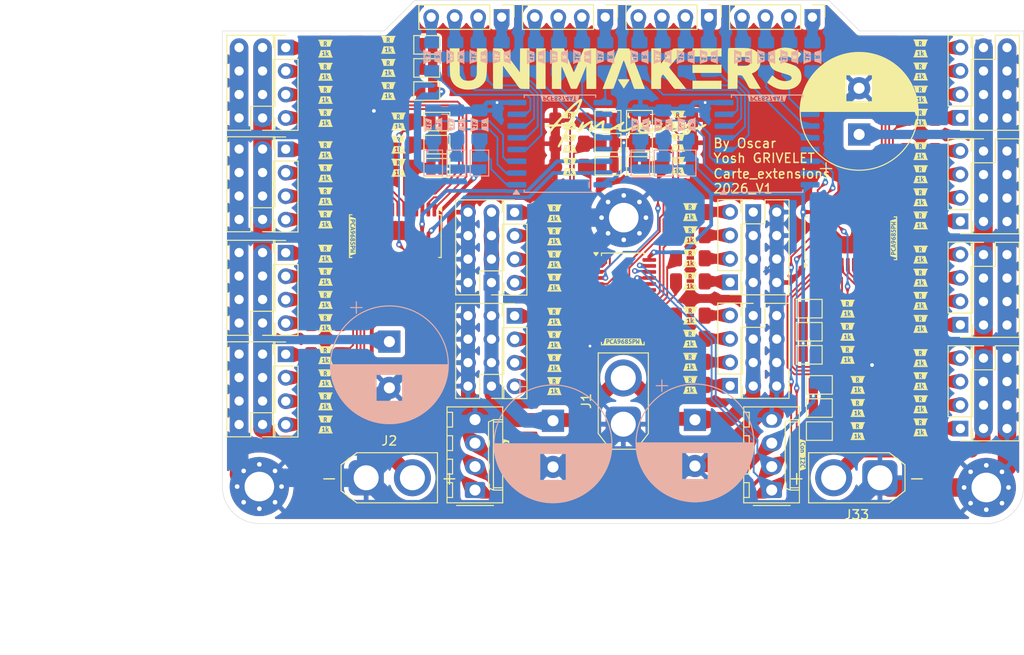
<source format=kicad_pcb>
(kicad_pcb (version 20241229) (generator "pcbnew") (generator_version "9.0")
  (layers (0 "F.Cu" signal) (2 "B.Cu" signal) (13 "F.Paste" user) (15 "B.Paste" user) (5 "F.SilkS" user "F.Silkscreen") (7 "B.SilkS" user "B.Silkscreen") (1 "F.Mask" user) (3 "B.Mask" user) (25 "Edge.Cuts" user))
  (net 0 "")
  (net 1 "GND")
  (net 2 "+5VP")
  (net 3 "Net-(J5-Pin_3)")
  (net 4 "Net-(J5-Pin_4)")
  (net 5 "Net-(J5-Pin_2)")
  (net 6 "Net-(J5-Pin_1)")
  (net 7 "Net-(J10-Pin_4)")
  (net 8 "Net-(J10-Pin_3)")
  (net 9 "Net-(J10-Pin_2)")
  (net 10 "Net-(J10-Pin_1)")
  (net 11 "Net-(J11-Pin_2)")
  (net 12 "Net-(J11-Pin_1)")
  (net 13 "Net-(J11-Pin_3)")
  (net 14 "Net-(J11-Pin_4)")
  (net 15 "Net-(J12-Pin_2)")
  (net 16 "Net-(J12-Pin_3)")
  (net 17 "Net-(J12-Pin_1)")
  (net 18 "Net-(J12-Pin_4)")
  (net 19 "Net-(J13-Pin_3)")
  (net 20 "Net-(J13-Pin_4)")
  (net 21 "Net-(J13-Pin_1)")
  (net 22 "Net-(J13-Pin_2)")
  (net 23 "Net-(J18-Pin_4)")
  (net 24 "Net-(J18-Pin_3)")
  (net 25 "Net-(J18-Pin_1)")
  (net 26 "Net-(J18-Pin_2)")
  (net 27 "Net-(J19-Pin_1)")
  (net 28 "Net-(J19-Pin_2)")
  (net 29 "Net-(J19-Pin_3)")
  (net 30 "Net-(J19-Pin_4)")
  (net 31 "Net-(J20-Pin_2)")
  (net 32 "Net-(J20-Pin_4)")
  (net 33 "Net-(J20-Pin_3)")
  (net 34 "Net-(J20-Pin_1)")
  (net 35 "SCL")
  (net 36 "+3.3V")
  (net 37 "SDA")
  (net 38 "Net-(JP1-B)")
  (net 39 "Net-(JP2-B)")
  (net 40 "Net-(JP3-B)")
  (net 41 "Net-(JP4-B)")
  (net 42 "Net-(JP5-B)")
  (net 43 "Net-(JP6-B)")
  (net 44 "Net-(JP7-B)")
  (net 45 "Net-(JP8-B)")
  (net 46 "Net-(JP9-B)")
  (net 47 "Net-(JP10-B)")
  (net 48 "Net-(JP11-B)")
  (net 49 "Net-(JP12-B)")
  (net 50 "Net-(JP13-B)")
  (net 51 "Net-(JP14-B)")
  (net 52 "Net-(JP15-B)")
  (net 53 "Net-(JP16-B)")
  (net 54 "Net-(JP17-B)")
  (net 55 "Net-(JP18-B)")
  (net 56 "Net-(JP19-B)")
  (net 57 "Net-(JP20-B)")
  (net 58 "Net-(JP21-B)")
  (net 59 "Net-(JP22-B)")
  (net 60 "Net-(JP23-B)")
  (net 61 "Net-(JP24-B)")
  (net 62 "Net-(U1-LED0)")
  (net 63 "Net-(U1-LED1)")
  (net 64 "Net-(U1-LED2)")
  (net 65 "Net-(U1-LED3)")
  (net 66 "Net-(U1-LED4)")
  (net 67 "Net-(U1-LED5)")
  (net 68 "Net-(U1-LED6)")
  (net 69 "Net-(U1-LED7)")
  (net 70 "Net-(U1-LED8)")
  (net 71 "Net-(U1-LED9)")
  (net 72 "Net-(U1-LED10)")
  (net 73 "Net-(U1-LED11)")
  (net 74 "Net-(U1-LED12)")
  (net 75 "Net-(U1-LED13)")
  (net 76 "Net-(U1-LED14)")
  (net 77 "Net-(U1-LED15)")
  (net 78 "Net-(U2-LED0)")
  (net 79 "Net-(U2-LED1)")
  (net 80 "Net-(U2-LED2)")
  (net 81 "Net-(U2-LED3)")
  (net 82 "Net-(U2-LED4)")
  (net 83 "Net-(U2-LED5)")
  (net 84 "Net-(U2-LED6)")
  (net 85 "Net-(U2-LED7)")
  (net 86 "Net-(U2-LED8)")
  (net 87 "Net-(U2-LED9)")
  (net 88 "Net-(U2-LED10)")
  (net 89 "Net-(U2-LED11)")
  (net 90 "Net-(U2-LED12)")
  (net 91 "Net-(U2-LED13)")
  (net 92 "Net-(U2-LED14)")
  (net 93 "Net-(U2-LED15)")
  (net 94 "Net-(U3-LED0)")
  (net 95 "Net-(U3-LED1)")
  (net 96 "Net-(U3-LED2)")
  (net 97 "Net-(U3-LED3)")
  (net 98 "Net-(U3-LED4)")
  (net 99 "Net-(U3-LED5)")
  (net 100 "Net-(U3-LED6)")
  (net 101 "Net-(U3-LED7)")
  (net 102 "Net-(U3-LED8)")
  (net 103 "Net-(U3-LED9)")
  (net 104 "Net-(U3-LED10)")
  (net 105 "Net-(U3-LED11)")
  (net 106 "Net-(U3-LED12)")
  (net 107 "Net-(U3-LED13)")
  (net 108 "Net-(U3-LED14)")
  (net 109 "Net-(U3-LED15)")
  (net 110 "Net-(U5-P0)")
  (net 111 "Net-(U5-P1)")
  (net 112 "Net-(U5-P2)")
  (net 113 "Net-(U5-P3)")
  (net 114 "Net-(U5-P4)")
  (net 115 "Net-(U5-P5)")
  (net 116 "Net-(U5-P6)")
  (net 117 "Net-(U5-P7)")
  (net 118 "Net-(U4-P0)")
  (net 119 "Net-(U4-P1)")
  (net 120 "Net-(U4-P2)")
  (net 121 "Net-(U4-P3)")
  (net 122 "Net-(U4-P4)")
  (net 123 "Net-(U4-P5)")
  (net 124 "Net-(U4-P6)")
  (net 125 "Net-(U4-P7)")
  (net 128 "+5VPP")
  (net 132 "Net-(J6-Pin_4)")
  (net 133 "Net-(J6-Pin_2)")
  (net 134 "Net-(J6-Pin_3)")
  (net 135 "Net-(J6-Pin_1)")
  (net 136 "Net-(J7-Pin_4)")
  (net 137 "Net-(J7-Pin_3)")
  (net 138 "Net-(J7-Pin_1)")
  (net 139 "Net-(J7-Pin_2)")
  (net 140 "Net-(J8-Pin_3)")
  (net 141 "Net-(J8-Pin_4)")
  (net 142 "Net-(J8-Pin_1)")
  (net 143 "Net-(J8-Pin_2)")
  (net 144 "Net-(J9-Pin_3)")
  (net 145 "Net-(J9-Pin_4)")
  (net 146 "Net-(J9-Pin_2)")
  (net 147 "Net-(J9-Pin_1)")
  (net 148 "Net-(J14-Pin_1)")
  (net 149 "Net-(J14-Pin_3)")
  (net 150 "Net-(J14-Pin_2)")
  (net 151 "Net-(J14-Pin_4)")
  (net 152 "Net-(J15-Pin_1)")
  (net 153 "Net-(J15-Pin_2)")
  (net 154 "Net-(J15-Pin_3)")
  (net 155 "Net-(J15-Pin_4)")
  (net 156 "Net-(J16-Pin_4)")
  (net 157 "Net-(J16-Pin_1)")
  (net 158 "Net-(J16-Pin_2)")
  (net 159 "Net-(J16-Pin_3)")
  (net 160 "Net-(J17-Pin_2)")
  (net 161 "Net-(J17-Pin_4)")
  (net 162 "Net-(J17-Pin_3)")
  (net 163 "Net-(J17-Pin_1)")
  (footprint "Connector_PinHeader_2.54mm:PinHeader_2x04_P2.54mm_Vertical" (layer "F.Cu") (at 96.75 102.284999 180)
    (property "Reference" "J28" (hide yes))
    (property "Value" "Conn_02x04_Odd_Even" (hide yes))
  )
  (footprint "kibuzzard-690E943A" (layer "F.Cu") (at 141.65 69.814832)
    (property "Reference" "kibuzzard-690E943A" (hide yes))
    (property "Value" "G***" (hide yes))
  )
  (footprint "Resistor_SMD:R_1206_3216Metric_Pad1.30x1.75mm_HandSolder" (layer "F.Cu") (at 167.899 88.899)
    (property "Reference" "R6" (hide yes))
    (property "Value" "R_Small" (hide yes))
  )
  (footprint "Resistor_SMD:R_1206_3216Metric_Pad1.30x1.75mm_HandSolder" (layer "F.Cu") (at 103.55 86.299999 180)
    (property "Reference" "R26" (hide yes))
    (property "Value" "R_Small" (hide yes))
  )
  (footprint "Connector_PinHeader_2.54mm:PinHeader_1x04_P2.54mm_Vertical" (layer "F.Cu") (at 99.25 83.7)
    (property "Reference" "J11" (hide yes))
    (property "Value" "Conn_01x04" (hide yes))
  )
  (footprint "Connector_PinHeader_2.54mm:PinHeader_1x04_P2.54mm_Vertical" (layer "F.Cu") (at 122.6 58.2 -90)
    (property "Reference" "J19" (hide yes))
    (property "Value" "Conn_01x04" (hide yes))
  )
  (footprint "Connector_AMASS:AMASS_XT30U-F_1x02_P5.0mm_Vertical" (layer "F.Cu") (at 163.5 108.05 180)
    (property "Reference" "J33")
    (property "Value" "Conn_01x02")
  )
  (footprint "kibuzzard-690E943A" (layer "F.Cu") (at 143 93.525)
    (property "Reference" "kibuzzard-690E943A" (hide yes))
    (property "Value" "G***" (hide yes))
  )
  (footprint "kibuzzard-690E9406" (layer "F.Cu") (at 141.65 73.764832)
    (property "Reference" "kibuzzard-690E9406" (hide yes))
    (property "Value" "G***" (hide yes))
  )
  (footprint "kibuzzard-690E943A" (layer "F.Cu") (at 141.65 72.314832)
    (property "Reference" "kibuzzard-690E943A" (hide yes))
    (property "Value" "G***" (hide yes))
  )
  (footprint "Resistor_SMD:R_1206_3216Metric_Pad1.30x1.75mm_HandSolder" (layer "F.Cu") (at 167.899 102.598999)
    (property "Reference" "R1" (hide yes))
    (property "Value" "R_Small" (hide yes))
  )
  (footprint "Resistor_SMD:R_1206_3216Metric_Pad1.30x1.75mm_HandSolder" (layer "F.Cu") (at 167.899 80.199)
    (property "Reference" "R9" (hide yes))
    (property "Value" "R_Small" (hide yes))
  )
  (footprint "Connector_PinHeader_2.54mm:PinHeader_1x04_P2.54mm_Vertical" (layer "F.Cu") (at 124 90.53)
    (property "Reference" "J14" (hide yes))
    (property "Value" "Conn_01x04" (hide yes))
  )
  (footprint "Resistor_SMD:R_1206_3216Metric_Pad1.30x1.75mm_HandSolder" (layer "F.Cu") (at 159.999 89.749 180)
    (property "Reference" "R68" (hide yes))
    (property "Value" "R_Small" (hide yes))
  )
  (footprint "kibuzzard-690E943A" (layer "F.Cu") (at 167.899 100.6)
    (property "Reference" "kibuzzard-690E943A" (hide yes))
    (property "Value" "G***" (hide yes))
  )
  (footprint "Connector_PinHeader_2.54mm:PinHeader_1x04_P2.54mm_Vertical" (layer "F.Cu") (at 99.25 94.685)
    (property "Reference" "J12" (hide yes))
    (property "Value" "Conn_01x04" (hide yes))
  )
  (footprint "Connector_PinHeader_2.54mm:PinHeader_2x04_P2.54mm_Vertical" (layer "F.Cu") (at 121.5 98.129999 180)
    (property "Reference" "J30" (hide yes))
    (property "Value" "Conn_02x04_Odd_Even" (hide yes))
  )
  (footprint "kibuzzard-690E9406" (layer "F.Cu") (at 128.3 92.6)
    (property "Reference" "kibuzzard-690E9406" (hide yes))
    (property "Value" "G***" (hide yes))
  )
  (footprint "kibuzzard-690E9406" (layer "F.Cu") (at 110.35 65.659884)
    (property "Reference" "kibuzzard-690E9406" (hide yes))
    (property "Value" "G***" (hide yes))
  )
  (footprint "Resistor_SMD:R_1206_3216Metric_Pad1.30x1.75mm_HandSolder" (layer "F.Cu") (at 111.45 74.5)
    (property "Reference" "R74" (hide yes))
    (property "Value" "R_Small" (hide yes))
  )
  (footprint "Jumper:SolderJumper-2_P1.3mm_Open_Pad1.0x1.5mm" (layer "F.Cu") (at 134.1 69.3 180)
    (property "Reference" "JP7" (hide yes))
    (property "Value" "Jumper_2_Open" (hide yes))
  )
  (footprint "kibuzzard-690E943A" (layer "F.Cu") (at 103.55 73.1)
    (property "Reference" "kibuzzard-690E943A" (hide yes))
    (property "Value" "G***" (hide yes))
  )
  (footprint "Resistor_SMD:R_1206_3216Metric_Pad1.30x1.75mm_HandSolder" (layer "F.Cu") (at 128.3 90.63 180)
    (property "Reference" "R37" (hide yes))
    (property "Value" "R_Small" (hide yes))
  )
  (footprint "Resistor_SMD:R_1206_3216Metric_Pad1.30x1.75mm_HandSolder" (layer "F.Cu") (at 161.099 97.999 180)
    (property "Reference" "R65" (hide yes))
    (property "Value" "R_Small" (hide yes))
  )
  (footprint "Connector_PinHeader_2.54mm:PinHeader_2x04_P2.54mm_Vertical" (layer "F.Cu") (at 96.75 80.1 180)
    (property "Reference" "J26" (hide yes))
    (property "Value" "Conn_02x04_Odd_Even" (hide yes))
  )
  (footprint "Connector_PinHeader_2.54mm:PinHeader_1x04_P2.54mm_Vertical" (layer "F.Cu") (at 172.199 91.499 180)
    (property "Reference" "J6" (hide yes))
    (property "Value" "Conn_01x04" (hide yes))
  )
  (footprint "kibuzzard-690E9406" (layer "F.Cu") (at 141.65 71.264832)
    (property "Reference" "kibuzzard-690E9406" (hide yes))
    (property "Value" "G***" (hide yes))
  )
  (footprint "Jumper:SolderJumper-2_P1.3mm_Open_Pad1.0x1.5mm" (layer "F.Cu") (at 114.5 63.7 180)
    (property "Reference" "JP2" (hide yes))
    (property "Value" "Jumper_2_Open" (hide yes))
  )
  (footprint "Resistor_SMD:R_1206_3216Metric_Pad1.30x1.75mm_HandSolder" (layer "F.Cu") (at 103.55 83.799999 180)
    (property "Reference" "R25" (hide yes))
    (property "Value" "R_Small" (hide yes))
  )
  (footprint "kibuzzard-690E9406" (layer "F.Cu") (at 167.899 99.55)
    (property "Reference" "kibuzzard-690E9406" (hide yes))
    (property "Value" "G***" (hide yes))
  )
  (footprint "Connector_Molex:Molex_KK-254_AE-6410-04A_1x04_P2.54mm_Vertical" (layer "F.Cu") (at 119.72 109.38 90)
    (property "Reference" "J4" (hide yes))
    (property "Value" "Conn_01x04" (hide yes))
  )
  (footprint "kibuzzard-690E943A" (layer "F.Cu") (at 167.898999 62.1)
    (property "Reference" "kibuzzard-690E943A" (hide yes))
    (property "Value" "G***" (hide yes))
  )
  (footprint "kibuzzard-690E9406" (layer "F.Cu") (at 103.55 88.266046)
    (property "Reference" "kibuzzard-690E9406" (hide yes))
    (property "Value" "G***" (hide yes))
  )
  (footprint "kibuzzard-690E9406" (layer "F.Cu") (at 103.55 68.575)
    (property "Reference" "kibuzzard-690E9406" (hide yes))
    (property "Value" "G***" (hide yes))
  )
  (footprint "Connector_PinHeader_2.54mm:PinHeader_1x04_P2.54mm_Vertical" (layer "F.Cu") (at 172.199 102.719 180)
    (property "Reference" "J5" (hide yes))
    (property "Value" "Conn_01x04" (hide yes))
  )
  (footprint "Jumper:SolderJumper-2_P1.3mm_Open_Pad1.0x1.5mm" (layer "F.Cu") (at 115.6 74.5 180)
    (property "Reference" "JP4" (hide yes))
    (property "Value" "Jumper_2_Open" (hide yes))
  )
  (footprint "MountingHole:MountingHole_3.2mm_M3_Pad_Via" (layer "F.Cu") (at 175 109.1)
    (property "Reference" "H3" (hide yes))
    (property "Value" "MountingHole_Pad" (hide yes))
  )
  (footprint "Resistor_SMD:R_1206_3216Metric_Pad1.30x1.75mm_HandSolder" (layer "F.Cu") (at 141.65 74.3 180)
    (property "Reference" "R80" (hide yes))
    (property "Value" "R_Small" (hide yes))
  )
  (footprint "kibuzzard-690E9406" (layer "F.Cu") (at 167.899 97.05)
    (property "Reference" "kibuzzard-690E9406" (hide yes))
    (property "Value" "G***" (hide yes))
  )
  (footprint "Connector_PinHeader_2.54mm:PinHeader_1x04_P2.54mm_Vertical" (layer "F.Cu") (at 145 58.2 -90)
    (property "Reference" "J17" (hide yes))
    (property "Value" "Conn_01x04" (hide yes))
  )
  (footprint "Connector_PinHeader_2.54mm:PinHeader_2x04_P2.54mm_Vertical" (layer "F.Cu") (at 174.699 72.699001)
    (property "Reference" "J23" (hide yes))
    (property "Value" "Conn_02x04_Odd_Even" (hide yes))
  )
  (footprint "Connector_PinHeader_2.54mm:PinHeader_1x04_P2.54mm_Vertical" (layer "F.Cu") (at 172.199 80.299 180)
    (property "Reference" "J7" (hide yes))
    (property "Value" "Conn_01x04" (hide yes))
  )
  (footprint "kibuzzard-690E943A" (layer "F.Cu") (at 103.55 89.316046)
    (property "Reference" "kibuzzard-690E943A" (hide yes))
    (property "Value" "G***" (hide yes))
  )
  (footprint "kibuzzard-6919B3C0" (layer "F.Cu") (at 164.95 82.1365 90)
    (property "Reference" "kibuzzard-6919B3C0" (hide yes))
    (property "Value" "G***" (hide yes))
  )
  (footprint "kibuzzard-690E9406" (layer "F.Cu") (at 103.55 72.05)
    (property "Reference" "kibuzzard-690E9406" (hide yes))
    (property "Value" "G***" (hide yes))
  )
  (footprint "kibuzzard-690E9406" (layer "F.Cu") (at 167.899 90.85)
    (property "Reference" "kibuzzard-690E9406" (hide yes))
    (property "Value" "G***" (hide yes))
  )
  (footprint "kibuzzard-690E943A" (layer "F.Cu") (at 159.999 95.258309)
    (property "Reference" "kibuzzard-690E943A" (hide yes))
    (property "Value" "G***" (hide yes))
  )
  (footprint "kibuzzard-690E9406" (layer "F.Cu") (at 159.999 94.208309)
    (property "Reference" "kibuzzard-690E9406" (hide yes))
    (property "Value" "G***" (hide yes))
  )
  (footprint "kibuzzard-690E943A" (layer "F.Cu") (at 103.55 69.625)
    (property "Reference" "kibuzzard-690E943A" (hide yes))
    (property "Value" "G***" (hide yes))
  )
  (footprint "kibuzzard-690E9406" (layer "F.Cu") (at 103.55 94.25)
    (property "Reference" "kibuzzard-690E9406" (hide yes))
    (property "Value" "G***" (hide yes))
  )
  (footprint "Package_SO:TSSOP-28_4.4x9.7mm_P0.65mm" (layer "F.Cu") (at 135.7 88.7)
    (property "Reference" "U3" (hide yes))
    (property "Value" "PCA9685PW" (hide yes))
  )
  (footprint "kibuzzard-690E9406" (layer "F.Cu") (at 103.55 79.55)
    (property "Reference" "kibuzzard-690E9406" (hide yes))
    (property "Value" "G***" (hide yes))
  )
  (footprint "Resistor_SMD:R_1206_3216Metric_Pad1.30x1.75mm_HandSolder" (layer "F.Cu") (at 143 95.499999)
    (property "Reference" "R42" (hide yes))
    (property "Value" "R_Small" (hide yes))
  )
  (footprint "Resistor_SMD:R_1206_3216Metric_Pad1.30x1.75mm_HandSolder" (layer "F.Cu") (at 143 79.299999)
    (property "Reference" "R48" (hide yes))
    (property "Value" "R_Small" (hide yes))
  )
  (footprint "kibuzzard-690E9406" (layer "F.Cu") (at 128.3 86.4)
    (property "Reference" "kibuzzard-690E9406" (hide yes))
    (property "Value" "G***" (hide yes))
  )
  (footprint "kibuzzard-690E9406" (layer "F.Cu") (at 103.55 61.075)
    (property "Reference" "kibuzzard-690E9406" (hide yes))
    (property "Value" "G***" (hide yes))
  )
  (footprint "Connector_PinHeader_2.54mm:PinHeader_1x04_P2.54mm_Vertical" (layer "F.Cu") (at 99.25 61.5)
    (property "Reference" "J9" (hide yes))
    (property "Value" "Conn_01x04" (hide yes))
  )
  (footprint "Resistor_SMD:R_1206_3216Metric_Pad1.30x1.75mm_HandSolder" (layer "F.Cu") (at 111.45 72)
    (property "Reference" "R75" (hide yes))
    (property "Value" "R_Small" (hide yes))
  )
  (footprint "Resistor_SMD:R_1206_3216Metric_Pad1.30x1.75mm_HandSolder" (layer "F.Cu") (at 167.899 77.699)
    (property "Reference" "R10" (hide yes))
    (property "Value" "R_Small" (hide yes))
  )
  (footprint "kibuzzard-690E9406" (layer "F.Cu") (at 143 92.475)
    (property "Reference" "kibuzzard-690E9406" (hide yes))
    (property "Value" "G***" (hide yes))
  )
  (footprint "LOGO" (layer "F.Cu") (at 136.032908 67.028962)
    (property "Reference" "G***" (hide yes))
    (property "Value" "LOGO" (hide yes))
  )
  (footprint "kibuzzard-690E943A" (layer "F.Cu") (at 103.55 97.8)
    (property "Reference" "kibuzzard-690E943A" (hide yes))
    (property "Value" "G***" (hide yes))
  )
  (footprint "Resistor_SMD:R_1206_3216Metric_Pad1.30x1.75mm_HandSolder" (layer "F.Cu") (at 141.65 69.3 180)
    (property "Reference" "R82" (hide yes))
    (property "Value" "R_Small" (hide yes))
  )
  (footprint "Resistor_SMD:R_1206_3216Metric_Pad1.30x1.75mm_HandSolder" (layer "F.Cu") (at 128.3 93.13 180)
    (property "Reference" "R38" (hide yes))
    (property "Value" "R_Small" (hide yes))
  )
  (footprint "Connector_AMASS:AMASS_XT30U-F_1x02_P5.0mm_Vertical" (layer "F.Cu") (at 107.95 108.05)
    (property "Reference" "J2")
    (property "Value" "Conn_01x02")
  )
  (footprint "kibuzzard-690E943A" (layer "F.Cu") (at 128.3 96.15)
    (property "Reference" "kibuzzard-690E943A" (hide yes))
    (property "Value" "G***" (hide yes))
  )
  (footprint "Connector_AMASS:AMASS_XT30U-F_1x02_P5.0mm_Vertical" (layer "F.Cu") (at 135.75 102.25 90)
    (property "Reference" "J1")
    (property "Value" "Conn_01x02")
  )
  (footprint "kibuzzard-690E943A" (layer "F.Cu") (at 103.55 95.3)
    (property "Reference" "kibuzzard-690E943A" (hide yes))
    (property "Value" "G***" (hide yes))
  )
  (footprint "kibuzzard-690E9406" (layer "F.Cu") (at 103.55 101.75)
    (property "Reference" "kibuzzard-690E9406" (hide yes))
    (property "Value" "G***" (hide yes))
  )
  (footprint "kibuzzard-690E9406" (layer "F.Cu") (at 143 81.25)
    (property "Reference" "kibuzzard-690E9406" (hide yes))
    (property "Value" "G***" (hide yes))
  )
  (footprint "Jumper:SolderJumper-2_P1.3mm_Open_Pad1.0x1.5mm" (layer "F.Cu") (at 114.5 61.2 180)
    (property "Reference" "JP3" (hide yes))
    (property "Value" "Jumper_2_Open" (hide yes))
  )
  (footprint "kibuzzard-690E9406" (layer "F.Cu") (at 103.55 74.55)
    (property "Reference" "kibuzzard-690E9406" (hide yes))
    (property "Value" "G***" (hide yes))
  )
  (footprint "kibuzzard-690E9406" (layer "F.Cu") (at 128.3 90.1)
    (property "Reference" "kibuzzard-690E9406" (hide yes))
    (property "Value" "G***" (hide yes))
  )
  (footprint "Jumper:SolderJumper-2_P1.3mm_Open_Pad1.0x1.5mm" (layer "F.Cu") (at 156.949 100.499)
    (property "Reference" "JP14" (hide yes))
    (property "Value" "Jumper_2_Open" (hide yes))
  )
  (footprint "kibuzzard-690E9406" (layer "F.Cu") (at 143 83.75)
    (property "Reference" "kibuzzard-690E9406" (hide yes))
    (property "Value" "G***" (hide yes))
  )
  (footprint "Resistor_SMD:R_1206_3216Metric_Pad1.30x1.75mm_HandSolder" (layer "F.Cu") (at 129.95 74.4)
    (property "Reference" "R79" (hide yes))
    (property "Value" "R_Small" (hide yes))
  )
  (footprint "kibuzzard-690E9406" (layer "F.Cu") (at 167.899 79.675)
    (property "Reference" "kibuzzard-690E9406" (hide yes))
    (property "Value" "G***" (hide yes))
  )
  (footprint "Resistor_SMD:R_1206_3216Metric_Pad1.30x1.75mm_HandSolder" (layer "F.Cu") (at 167.899 75.199)
    (property "Reference" "R11" (hide yes))
    (property "Value" "R_Small" (hide yes))
  )
  (footprint "kibuzzard-690E943A" (layer "F.Cu") (at 129.95 69.896714)
    (property "Reference" "kibuzzard-690E943A" (hide yes))
    (property "Value" "G***" (hide yes))
  )
  (footprint "kibuzzard-690E943A" (layer "F.Cu") (at 161.099 98.507032)
    (property "Reference" "kibuzzard-690E943A" (hide yes))
    (property "Value" "G***" (hide yes))
  )
  (footprint "Resistor_SMD:R_1206_3216Metric_Pad1.30x1.75mm_HandSolder" (layer "F.Cu") (at 143 92.999999)
    (property "Reference" "R43" (hide yes))
    (property "Value" "R_Small" (hide yes))
  )
  (footprint "kibuzzard-690E943A" (layer "F.Cu") (at 110.35 64.209884)
    (property "Reference" "kibuzzard-690E943A" (hide yes))
    (property "Value" "G***" (hide yes))
  )
  (footprint "Resistor_SMD:R_1206_3216Metric_Pad1.30x1.75mm_HandSolder" (layer "F.Cu") (at 141.65 71.8 180)
    (property "Reference" "R81" (hide yes))
    (property "Value" "R_Small" (hide yes))
  )
  (footprint "kibuzzard-690E943A" (layer "F.Cu") (at 128.3 98.65)
    (property "Reference" "kibuzzard-690E943A" (hide yes))
    (property "Value" "G***" (hide yes))
  )
  (footprint "kibuzzard-690E943A" (layer "F.Cu") (at 167.899 86.9)
    (property "Reference" "kibuzzard-690E943A" (hide yes))
    (property "Value" "G***" (hide yes))
  )
  (footprint "kibuzzard-690E943A" (layer "F.Cu") (at 167.899 78.225)
    (property "Reference" "kibuzzard-690E943A" (hide yes))
    (property "Value" "G***" (hide yes))
  )
  (footprint "Connector_PinHeader_2.54mm:PinHeader_2x04_P2.54mm_Vertical" (layer "F.Cu") (at 96.75 91.299999 180)
    (property "Reference" "J27" (hide yes))
    (property "Value" "Conn_02x04_Odd_Even" (hide yes))
  )
  (footprint "Jumper:SolderJumper-2_P1.3mm_Open_Pad1.0x1.5mm" (layer "F.Cu") (at 134.1 71.8 180)
    (property "Reference" "JP8" (hide yes))
    (property "Value" "Jumper_2_Open" (hide yes))
  )
  (footprint "Resistor_SMD:R_1206_3216Metric_Pad1.30x1.75mm_HandSolder" (layer "F.Cu") (at 167.899 95.098999)
    (property "Reference" "R4" (hide yes))
    (property "Value" "R_Small" (hide yes))
  )
  (footprint "Resistor_SMD:R_1206_3216Metric_Pad1.30x1.75mm_HandSolder" (layer "F.Cu") (at 103.55 99.784999 180)
    (property "Reference" "R31" (hide yes))
    (property "Value" "R_Small" (hide yes))
  )
  (footprint "Resistor_SMD:R_1206_3216Metric_Pad1.30x1.75mm_HandSolder" (layer "F.Cu") (at 128.3 79.43 180)
    (property "Reference" "R33" (hide yes))
    (property "Value" "R_Small" (hide yes))
  )
  (footprint "Capacitor_THT:CP_Radial_D12.5mm_P5.00mm" (layer "F.Cu") (at 161.249 70.899 90)
    (property "Reference" "C2" (hide yes))
    (property "Value" "470µF" (hide yes))
  )
  (footprint "kibuzzard-6919B3C0" (layer "F.Cu") (at 135.7 93.3)
    (property "Reference" "kibuzzard-6919B3C0" (hide yes))
    (property "Value" "G***" (hide yes))
  )
  (footprint "kibuzzard-690E9406" (layer "F.Cu") (at 103.55 66.075)
    (property "Reference" "kibuzzard-690E9406" (hide yes))
    (property "Value" "G***" (hide yes))
  )
  (footprint "kibuzzard-690E943A" (layer "F.Cu") (at 128.3 82.45)
    (property "Reference" "kibuzzard-690E943A" (hide yes))
    (property "Value" "G***" (hide yes))
  )
  (footprint "kibuzzard-690E943A" (layer "F.Cu") (at 103.55 62.125)
    (property "Reference" "kibuzzard-690E943A" (hide yes))
    (property "Value" "G***" (hide yes))
  )
  (footprint "Jumper:SolderJumper-2_P1.3mm_Open_Pad1.0x1.5mm" (layer "F.Cu") (at 155.849 92.249)
    (property "Reference" "JP17" (hide yes))
    (property "Value" "Jumper_2_Open" (hide yes))
  )
  (footprint "Resistor_SMD:R_1206_3216Metric_Pad1.30x1.75mm_HandSolder" (layer "F.Cu") (at 128.3 81.93 180)
    (property "Reference" "R34" (hide yes))
    (property "Value" "R_Small" (hide yes))
  )
  (footprint "Resistor_SMD:R_1206_3216Metric_Pad1.30x1.75mm_HandSolder" (layer "F.Cu") (at 103.55 72.600001 180)
    (property "Reference" "R21" (hide yes))
    (property "Value" "R_Small" (hide yes))
  )
  (footprint "Jumper:SolderJumper-2_P1.3mm_Open_Pad1.0x1.5mm" (layer "F.Cu") (at 137.5 74.3)
    (property "Reference" "JP10" (hide yes))
    (property "Value" "Jumper_2_Open" (hide yes))
  )
  (footprint "kibuzzard-690E9406" (layer "F.Cu") (at 167.899 74.675)
    (property "Reference" "kibuzzard-690E9406" (hide yes))
    (property "Value" "G***" (hide yes))
  )
  (footprint "kibuzzard-690E943A" (layer "F.Cu") (at 143 91.025)
    (property "Reference" "kibuzzard-690E943A" (hide yes))
    (property "Value" "G***" (hide yes))
  )
  (footprint "kibuzzard-690E9406" (layer "F.Cu") (at 167.899 102.05)
    (property "Reference" "kibuzzard-690E9406" (hide yes))
    (property "Value" "G***" (hide yes))
  )
  (footprint "Resistor_SMD:R_1206_3216Metric_Pad1.30x1.75mm_HandSolder" (layer "F.Cu") (at 103.55 61.615001 180)
    (property "Reference" "R17" (hide yes))
    (property "Value" "R_Small" (hide yes))
  )
  (footprint "kibuzzard-690E9406" (layer "F.Cu") (at 128.3 83.9)
    (property "Reference" "kibuzzard-690E9406" (hide yes))
    (property "Value" "G***" (hide yes))
  )
  (footprint "Resistor_SMD:R_1206_3216Metric_Pad1.30x1.75mm_HandSolder" (layer "F.Cu") (at 103.55 80.100001 180)
    (property "Reference" "R24" (hide yes))
    (property "Value" "R_Small" (hide yes))
  )
  (footprint "kibuzzard-690E943A" (layer "F.Cu") (at 103.55 91.816046)
    (property "Reference" "kibuzzard-690E943A" (hide yes))
    (property "Value" "G***" (hide yes))
  )
  (footprint "Jumper:SolderJumper-2_P1.3mm_Open_Pad1.0x1.5mm" (layer "F.Cu") (at 114.5 66.2 180)
    (property "Reference" "JP1" (hide yes))
    (property "Value" "Jumper_2_Open" (hide yes))
  )
  (footprint "Resistor_SMD:R_1206_3216Metric_Pad1.30x1.75mm_HandSolder" (layer "F.Cu") (at 167.899 91.399)
    (property "Reference" "R5" (hide yes))
    (property "Value" "R_Small" (hide yes))
  )
  (footprint "kibuzzard-690E9406" (layer "F.Cu") (at 167.898999 68.55)
    (property "Reference" "kibuzzard-690E9406" (hide yes))
    (property "Value" "G***" (hide yes))
  )
  (footprint "Package_SO:TSSOP-28_4.4x9.7mm_P0.65mm" (layer "F.Cu") (at 111.1 81.9 -90)
    (property "Reference" "U2" (hide yes))
    (property "Value" "PCA9685PW" (hide yes))
  )
  (footprint "Resistor_SMD:R_1206_3216Metric_Pad1.30x1.75mm_HandSolder" (layer "F.Cu") (at 167.898999 66.589001)
    (property "Reference" "R14" (hide yes))
    (property "Value" "R_Small" (hide yes))
  )
  (footprint "kibuzzard-690E943A" (layer "F.Cu") (at 103.55 80.6)
    (property "Reference" "kibuzzard-690E943A" (hide yes))
    (property "Value" "G***" (hide yes))
  )
  (footprint "kibuzzard-690E943A" (layer "F.Cu") (at 167.899 84.4)
    (property "Reference" "kibuzzard-690E943A" (hide yes))
    (property "Value" "G***" (hide yes))
  )
  (footprint "kibuzzard-690E943A" (layer "F.Cu") (at 143 82.3)
    (property "Reference" "kibuzzard-690E943A" (hide yes))
    (property "Value" "G***" (hide yes))
  )
  (footprint "Jumper:SolderJumper-2_P1.3mm_Open_Pad1.0x1.5mm" (layer "F.Cu") (at 155.849 89.749)
    (property "Reference" "JP16" (hide yes))
    (property "Value" "Jumper_2_Open" (hide yes))
  )
  (footprint "kibuzzard-690E943A" (layer "F.Cu") (at 143 98.525)
    (property "Reference" "kibuzzard-690E943A" (hide yes))
    (property "Value" "G***" (hide yes))
  )
  (footprint "kibuzzard-690E9406" (layer "F.Cu") (at 143 94.975)
    (property "Reference" "kibuzzard-690E9406" (hide yes))
    (property "Value" "G***" (hide yes))
  )
  (footprint "kibuzzard-690E943A" (layer "F.Cu") (at 161.099 103.507032)
    (property "Reference" "kibuzzard-690E943A" (hide yes))
    (property "Value" "G***" (hide yes))
  )
  (footprint "Jumper:SolderJumper-2_P1.3mm_Open_Pad1.0x1.5mm" (layer "F.Cu") (at 115.6 72 180)
    (property "Reference" "JP5" (hide yes))
    (property "Value" "Jumper_2_Open" (hide yes))
  )
  (footprint "kibuzzard-690E9406" (layer "F.Cu") (at 111.45 73.959994)
    (property "Reference" "kibuzzard-690E9406" (hide yes))
    (property "Value" "G***" (hide yes))
  )
  (footprint "Resistor_SMD:R_1206_3216Metric_Pad1.30x1.75mm_HandSolder" (layer "F.Cu") (at 103.55 94.784999 180)
    (property "Reference" "R29" (hide yes))
    (property "Value" "R_Small" (hide yes))
  )
  (footprint "kibuzzard-690E943A" (layer "F.Cu") (at 141.65 74.814832)
    (property "Reference" "kibuzzard-690E943A" (hide yes))
    (property "Value" "G***" (hide yes))
  )
  (footprint "kibuzzard-690E943A" (layer "F.Cu") (at 129.95 74.896714)
    (property "Reference" "kibuzzard-690E943A" (hide yes))
    (property "Value" "G***" (hide yes))
  )
  (footprint "kibuzzard-690E943A" (layer "F.Cu") (at 167.898999 69.6)
    (property "Reference" "kibuzzard-690E943A" (hide yes))
    (property "Value" "G***" (hide yes))
  )
  (footprint "kibuzzard-690E9406" (layer "F.Cu") (at 167.899 94.55)
    (property "Reference" "kibuzzard-690E9406" (hide yes))
    (property "Value" "G***" (hide yes))
  )
  (footprint "kibuzzard-690E943A" (layer "F.Cu") (at 110.35 66.709884)
    (property "Reference" "kibuzzard-690E943A" (hide yes))
    (property "Value" "G***" (hide yes))
  )
  (footprint "Resistor_SMD:R_1206_3216Metric_Pad1.30x1.75mm_HandSolder" (layer "F.Cu") (at 103.55 102.284999 180)
    (property "Reference" "R32" (hide yes))
    (property "Value" "R_Small" (hide yes))
  )
  (footprint "Resistor_SMD:R_1206_3216Metric_Pad1.30x1.75mm_HandSolder" (layer "F.Cu") (at 110.35 61.2)
    (property "Reference" "R73" (hide yes))
    (property "Value" "R_Small" (hide yes))
  )
  (footprint "kibuzzard-690E9406" (layer "F.Cu") (at 143 78.75)
    (property "Reference" "kibuzzard-690E9406" (hide yes))
    (property "Value" "G***" (hide yes))
  )
  (footprint "Resistor_SMD:R_1206_3216Metric_Pad1.30x1.75mm_HandSolder" (layer "F.Cu") (at 128.3 98.13 180)
    (property "Reference" "R40" (hide yes))
    (property "Value" "R_Small" (hide yes))
  )
  (footprint "kibuzzard-690E943A" (layer "F.Cu") (at 143 84.8)
    (property "Reference" "kibuzzard-690E943A" (hide yes))
    (property "Value" "G***" (hide yes))
  )
  (footprint "Resistor_SMD:R_1206_3216Metric_Pad1.30x1.75mm_HandSolder" (layer "F.Cu") (at 103.55 77.600001 180)
    (property "Reference" "R23" (hide yes))
    (property "Value" "R_Small" (hide yes))
  )
  (footprint "Resistor_SMD:R_1206_3216Metric_Pad1.30x1.75mm_HandSolder" (layer "F.Cu") (at 167.898999 69.089001)
    (property "Reference" "R13" (hide yes))
    (property "Value" "R_Small" (hide yes))
  )
  (footprint "kibuzzard-690E9406" (layer "F.Cu") (at 161.099 97.457032)
    (property "Reference" "kibuzzard-690E9406" (hide yes))
    (property "Value" "G***" (hide yes))
  )
  (footprint "Connector_PinHeader_2.54mm:PinHeader_2x04_P2.54mm_Vertical" (layer "F.Cu") (at 174.699 95.099)
    (property "Reference" "J21" (hide yes))
    (property "Value" "Conn_02x04_Odd_Even" (hide yes))
  )
  (footprint "kibuzzard-690E9406" (layer "F.Cu") (at 103.55 99.25)
    (property "Reference" "kibuzzard-690E9406" (hide yes))
    (property "Value" "G***" (hide yes))
  )
  (footprint "kibuzzard-690E9406" (layer "F.Cu") (at 129.95 68.846714)
    (property "Reference" "kibuzzard-690E9406" (hide yes))
    (property "Value" "G***" (hide yes))
  )
  (footprint "kibuzzard-690E943A" (layer "F.Cu") (at 128.3 91.15)
    (property "Reference" "kibuzzard-690E943A" (hide yes))
    (property "Value" "G***" (hide yes))
  )
  (footprint "Resistor_SMD:R_1206_3216Metric_Pad1.30x1.75mm_HandSolder" (layer "F.Cu") (at 129.95 71.9)
    (property "Reference" "R78" (hide yes))
    (property "Value" "R_Small" (hide yes))
  )
  (footprint "Jumper:SolderJumper-2_P1.3mm_Open_Pad1.0x1.5mm" (layer "F.Cu") (at 115.6 69.5 180)
    (property "Reference" "JP6" (hide yes))
    (property "Value" "Jumper_2_Open" (hide yes))
  )
  (footprint "kibuzzard-690E9406" (layer "F.Cu") (at 128.3 78.9)
    (property "Reference" "kibuzzard-690E9406" (hide yes))
    (property "Value" "G***" (hide yes))
  )
  (footprint "kibuzzard-690E943A" (layer "F.Cu") (at 103.55 78.1)
    (property "Reference" "kibuzzard-690E943A" (hide yes))
    (property "Value" "G***" (hide yes))
  )
  (footprint "Connector_PinHeader_2.54mm:PinHeader_1x04_P2.54mm_Vertical" (layer "F.Cu") (at 172.198999 69.099 180)
    (property "Reference" "J8" (hide yes))
    (property "Value" "Conn_01x04" (hide yes))
  )
  (footprint "Resistor_SMD:R_1206_3216Metric_Pad1.30x1.75mm_HandSolder" (layer "F.Cu") (at 103.55 91.299999 180)
    (property "Reference" "R28" (hide yes))
    (property "Value" "R_Small" (hide yes))
  )
  (footprint "kibuzzard-690E943A" (layer "F.Cu") (at 143 96.025)
    (property "Reference" "kibuzzard-690E943A" (hide yes))
    (property "Value" "G***" (hide yes))
  )
  (footprint "Jumper:SolderJumper-2_P1.3mm_Open_Pad1.0x1.5mm" (layer "F.Cu") (at 137.5 71.8)
    (property "Reference" "JP11" (hide yes))
    (property "Value" "Jumper_2_Open" (hide yes))
  )
  (footprint "kibuzzard-690E9406" (layer "F.Cu") (at 167.898999 63.55)
    (property "Reference" "kibuzzard-690E9406" (hide yes))
    (property "Value" "G***" (hide yes))
  )
  (footprint "Resistor_SMD:R_1206_3216Metric_Pad1.30x1.75mm_HandSolder" (layer "F.Cu") (at 167.898999 64.089)
    (property "Reference" "R15" (hide yes))
    (property "Value" "R_Small" (hide yes))
  )
  (footprint "MountingHole:MountingHole_3.2mm_M3_Pad_Via" (layer "F.Cu") (at 135.8 79.9)
    (property "Reference" "H2" (hide yes))
    (property "Value" "MountingHole_Pad" (hide yes))
  )
  (footprint "kibuzzard-690E9406" (layer "F.Cu") (at 128.3 97.6)
    (property "Reference" "kibuzzard-690E9406" (hide yes))
    (property "Value" "G***" (hide yes))
  )
  (footprint "Resistor_SMD:R_1206_3216Metric_Pad1.30x1.75mm_HandSolder" (layer "F.Cu") (at 167.899 97.598999)
    (property "Reference" "R3" (hide yes))
    (property "Value" "R_Small" (hide yes))
  )
  (footprint "kibuzzard-690E943A" (layer "F.Cu") (at 111.45 75.009994)
    (property "Reference" "kibuzzard-690E943A" (hide yes))
    (property "Value" "G***" (hide yes))
  )
  (footprint "kibuzzard-690E943A" (layer "F.Cu") (at 103.55 64.625)
    (property "Reference" "kibuzzard-690E943A" (hide yes))
    (property "Value" "G***" (hide yes))
  )
  (footprint "kibuzzard-690E943A" (layer "F.Cu") (at 128.3 79.95)
    (property "Reference" "kibuzzard-690E943A" (hide yes))
    (property "Value" "G***" (hide yes))
  )
  (footprint "kibuzzard-690E9406" (layer "F.Cu") (at 129.95 73.846714)
    (property "Reference" "kibuzzard-690E9406" (hide yes))
    (property "Value" "G***" (hide yes))
  )
  (footprint "kibuzzard-690E9406" (layer "F.Cu") (at 143 89.975)
    (property "Reference" "kibuzzard-690E9406" (hide yes))
    (property "Value" "G***" (hide yes))
  )
  (footprint "Resistor_SMD:R_1206_3216Metric_Pad1.30x1.75mm_HandSolder" (layer "F.Cu") (at 103.55 75.100001 180)
    (property "Reference" "R22" (hide yes))
    (property "Value" "R_Small" (hide yes))
  )
  (footprint "Resistor_SMD:R_1206_3216Metric_Pad1.30x1.75mm_HandSolder" (layer "F.Cu") (at 161.099 100.499 180)
    (property "Reference" "R66" (hide yes))
    (property "Value" "R_Small" (hide yes))
  )
  (footprint "Jumper:SolderJumper-2_P1.3mm_Open_Pad1.0x1.5mm" (layer "F.Cu") (at 137.5 69.3)
    (property "Reference" "JP12" (hide yes))
    (property "Value" "Jumper_2_Open" (hide yes))
  )
  (footprint "kibuzzard-6919B48D" (layer "F.Cu") (at 155.15 105.57 -90)
    (property "Reference" "kibuzzard-6919B48D" (hide yes))
    (property "Value" "G***" (hide yes))
  )
  (footprint "kibuzzard-690E9406" (layer "F.Cu") (at 103.55 83.266046)
    (property "Reference" "kibuzzard-690E9406" (hide yes))
    (property "Value" "G***" (hide yes))
  )
  (footprint "Resistor_SMD:R_1206_3216Metric_Pad1.30x1.75mm_HandSolder" (layer "F.Cu") (at 143 81.799999)
    (property "Reference" "R47" (hide yes))
    (property "Value" "R_Small" (hide yes))
  )
  (footprint "kibuzzard-690E9406" (layer "F.Cu") (at 161.099 102.457032)
    (property "Reference" "kibuzzard-690E9406" (hide yes))
    (property "Value" "G***" (hide yes))
  )
  (footprint "Connector_PinHeader_2.54mm:PinHeader_2x04_P2.54mm_Vertical" (layer "F.Cu") (at 174.699 83.899001)
    (property "Reference" "J22" (hide yes))
    (property "Value" "Conn_02x04_Odd_Even" (hide yes))
  )
  (footprint "Connector_PinHeader_2.54mm:PinHeader_2x04_P2.54mm_Vertical" (layer "F.Cu") (at 149.8 79.3)
    (property "Reference" "J32" (hide yes))
    (property "Value" "Conn_02x04_Odd_Even" (hide yes))
  )
  (footprint "Connector_PinHeader_2.54mm:PinHeader_1x04_P2.54mm_Vertical" (layer "F.Cu") (at 156.2 58.2 -90)
    (property "Reference" "J18" (hide yes))
    (property "Value" "Conn_01x04" (hide yes))
  )
  (footprint "kibuzzard-690E943A" (layer "F.Cu") (at 128.3 87.45)
    (property "Reference" "kibuzzard-690E943A" (hide yes))
    (property "Value" "G***" (hide yes))
  )
  (footprint "Resistor_SMD:R_1206_3216Metric_Pad1.30x1.75mm_HandSolder" (layer "F.Cu") (at 167.899 100.098999)
    (property "Reference" "R2" (hide yes))
    (property "Value" "R_Small" (hide yes))
  )
  (footprint "Resistor_SMD:R_1206_3216Metric_Pad1.30x1.75mm_HandSolder" (layer "F.Cu") (at 161.099 102.999 180)
    (property "Reference" "R67" (hide yes))
    (property "Value" "R_Small" (hide yes))
  )
  (footprint "Resistor_SMD:R_1206_3216Metric_Pad1.30x1.75mm_HandSolder" (layer "F.Cu") (at 129.95 69.4)
    (property "Reference" "R77" (hide yes))
    (property "Value" "R_Small" (hide yes))
  )
  (footprint "kibuzzard-690E9406" (layer "F.Cu") (at 167.899 77.175)
    (property "Reference" "kibuzzard-690E9406" (hide yes))
    (property "Value" "G***" (hide yes))
  )
  (footprint "Connector_PinHeader_2.54mm:PinHeader_2x04_P2.54mm_Vertical" (layer "F.Cu") (at 149.8 90.5)
    (property "Reference" "J31" (hide yes))
    (property "Value" "Conn_02x04_Odd_Even" (hide yes))
  )
  (footprint "kibuzzard-690E9406" (layer "F.Cu") (at 103.55 77.05)
    (property "Reference" "kibuzzard-690E9406" (hide yes))
    (property "Value" "G***" (hide yes))
  )
  (footprint "Resistor_SMD:R_1206_3216Metric_Pad1.30x1.75mm_HandSolder" (layer "F.Cu") (at 110.35 66.2)
    (property "Reference" "R71" (hide yes))
    (property "Value" "R_Small" (hide yes))
  )
  (footprint "kibuzzard-690E9406" (layer "F.Cu") (at 128.3 95.1)
    (property "Reference" "kibuzzard-690E9406" (hide yes))
    (property "Value" "G***" (hide yes))
  )
  (footprint "Resistor_SMD:R_1206_3216Metric_Pad1.30x1.75mm_HandSolder" (layer "F.Cu") (at 103.55 88.799999 180)
    (property "Reference" "R27" (hide yes))
    (property "Value" "R_Small" (hide yes))
  )
  (footprint "kibuzzard-690E9406" (layer "F.Cu") (at 129.95 71.346714)
    (property "Reference" "kibuzzard-690E9406" (hide yes))
    (property "Value" "G***" (hide yes))
  )
  (footprint "Resistor_SMD:R_1206_3216Metric_Pad1.30x1.75mm_HandSolder" (layer "F.Cu") (at 143 90.499999)
    (property "Reference" "R44" (hide yes))
    (property "Value" "R_Small" (hide yes))
  )
  (footprint "Resistor_SMD:R_1206_3216Metric_Pad1.30x1.75mm_HandSolder" (layer "F.Cu") (at 128.3 86.93 180)
    (property "Reference" "R36" (hide yes))
    (property "Value" "R_Small" (hide yes))
  )
  (footprint "kibuzzard-690E943A" (layer "F.Cu") (at 159.999 92.758309)
    (property "Reference" "kibuzzard-690E943A" (hide yes))
    (property "Value" "G***" (hide yes))
  )
  (footprint "kibuzzard-690E943A" (layer "F.Cu") (at 167.899 95.6)
    (property "Reference" "kibuzzard-690E943A" (hide yes))
    (property "Value" "G***" (hide yes))
  )
  (footprint "kibuzzard-690E9406" (layer "F.Cu") (at 167.898999 66.05)
    (property "Reference" "kibuzzard-690E9406" (hide yes))
    (property "Value" "G***" (hide yes))
  )
  (footprint "kibuzzard-690E943A" (layer "F.Cu") (at 103.55 75.6)
    (property "Reference" "kibuzzard-690E943A" (hide yes))
    (property "Value" "G***" (hide yes))
  )
  (footprint "kibuzzard-690E943A" (layer "F.Cu") (at 167.899 89.4)
    (property "Reference" "kibuzzard-690E943A" (hide yes))
    (property "Value" "G***" (hide yes))
  )
  (footprint "Jumper:SolderJumper-2_P1.3mm_Open_Pad1.0x1.5mm" (layer "F.Cu") (at 156.949 97.999)
    (property "Reference" "JP13" (hide yes))
    (property "Value" "Jumper_2_Open" (hide yes))
  )
  (footprint "Resistor_SMD:R_1206_3216Metric_Pad1.30x1.75mm_HandSolder" (layer "F.Cu") (at 103.55 66.615001 180)
    (property "Reference" "R19" (hide yes))
    (property "Value" "R_Small" (hide yes))
  )
  (footprint "Resistor_SMD:R_1206_3216Metric_Pad1.30x1.75mm_HandSolder" (layer "F.Cu") (at 167.898999 61.589)
    (property "Reference" "R16" (hide yes))
    (property "Value" "R_Small" (hide yes))
  )
  (footprint "kibuzzard-690E943A" (layer "F.Cu") (at 161.099 101.007032)
    (property "Reference" "kibuzzard-690E943A" (hide yes))
    (property "Value" "G***" (hide yes))
  )
  (footprint "kibuzzard-690E9406" (layer "F.Cu") (at 128.3 81.4)
    (property "Reference" "kibuzzard-690E9406" (hide yes))
    (property "Value" "G***" (hide yes))
  )
  (footprint "kibuzzard-690E943A" (layer "F.Cu") (at 111.45 72.509994)
    (property "Reference" "kibuzzard-690E943A" (hide yes))
    (property "Value" "G***" (hide yes))
  )
  (footprint "kibuzzard-690E943A" (layer "F.Cu") (at 167.899 98.1)
    (property "Reference" "kibuzzard-690E943A" (hide yes))
    (property "Value" "G***" (hide yes))
  )
  (footprint "kibuzzard-690E9406" (layer "F.Cu") (at 167.899 72.175)
    (property "Reference" "kibuzzard-690E9406" (hide yes))
    (property "Value" "G***" (hide yes))
  )
  (footprint "Connector_PinHeader_2.54mm:PinHeader_2x04_P2.54mm_Vertical" (layer "F.Cu") (at 96.75 69.115 180)
    (property "Reference" "J25" (hide yes))
    (property "Value" "Conn_02x04_Odd_Even" (hide yes))
  )
  (footprint "Connector_PinHeader_2.54mm:PinHeader_1x04_P2.54mm_Vertical" (layer "F.Cu") (at 99.25 72.500001)
    (property "Reference" "J10" (hide yes))
    (property "Value" "Conn_01x04" (hide yes))
  )
  (footprint "kibuzzard-690E943A" (layer "F.Cu") (at 167.899 73.225)
    (property "Reference" "kibuzzard-690E943A" (hide yes))
    (property "Value" "G***" (hide yes))
  )
  (footprint "Connector_PinHeader_2.54mm:PinHeader_1x04_P2.54mm_Vertical" (layer "F.Cu") (at 124 79.33)
    (property "Reference" "J13" (hide yes))
    (property "Value" "Conn_01x04" (hide yes))
  )
  (footprint "Jumper:SolderJumper-2_P1.3mm_Open_Pad1.0x1.5mm" (layer "F.Cu") (at 134.1 74.3 180)
    (property "Reference" "JP9" (hide yes))
    (property "Value" "Jumper_2_Open" (hide yes))
  )
  (footprint "kibuzzard-690E9406" (layer "F.Cu") (at 159.999 91.708309)
    (property "Reference" "kibuzzard-690E9406" (hide yes))
    (property "Value" "G***" (hide yes))
  )
  (footprint "kibuzzard-690E943A" (layer "F.Cu") (at 167.898999 67.1)
    (property "Reference" "kibuzzard-690E943A" (hide yes))
    (property "Value" "G***" (hide yes))
  )
  (footprint "kibuzzard-690E9406" (layer "F.Cu") (at 143 86.25)
    (property "Reference" "kibuzzard-690E9406" (hide yes))
    (property "Value" "G***" (hide yes))
  )
  (footprint "kibuzzard-690E9406" (layer "F.Cu") (at 103.55 96.75)
    (property "Reference" "kibuzzard-690E9406" (hide yes))
    (property "Value" "G***" (hide yes))
  )
  (footprint "Package_SO:TSSOP-28_4.4x9.7mm_P0.65mm" (layer "F.Cu") (at 160.349 82.1365 90)
    (property "Reference" "U1" (hide yes))
    (property "Value" "PCA9685PW" (hide yes))
  )
  (footprint "kibuzzard-690E943A" (layer "F.Cu") (at 103.55 102.8)
    (property "Reference" "kibuzzard-690E943A" (hide yes))
    (property "Value" "G***" (hide yes))
  )
  (footprint "Resistor_SMD:R_1206_3216Metric_Pad1.30x1.75mm_HandSolder" (layer "F.Cu") (at 128.3 84.43 180)
    (property "Reference" "R35" (hide yes))
    (property "Value" "R_Small" (hide yes))
  )
  (footprint "kibuzzard-690E9406" (layer "F.Cu") (at 141.65 68.764832)
    (property "Reference" "kibuzzard-690E9406" (hide yes))
    (property "Value" "G***" (hide yes))
  )
  (footprint "kibuzzard-690E943A" (layer "F.Cu") (at 167.899 103.1)
    (property "Reference" "kibuzzard-690E943A" (hide yes))
    (property "Value" "G***" (hide yes))
  )
  (footprint "kibuzzard-690E943A" (layer "F.Cu") (at 103.55 67.125)
    (property "Reference" "kibuzzard-690E943A" (hide yes))
    (property "Value" "G***" (hide yes))
  )
  (footprint "kibuzzard-690E9406" (layer "F.Cu") (at 111.45 68.959994)
    (property "Reference" "kibuzzard-690E9406" (hide yes))
    (property "Value" "G***" (hide yes))
  )
  (footprint "Resistor_SMD:R_1206_3216Metric_Pad1.30x1.75mm_HandSolder" (layer "F.Cu") (at 143 86.799999)
    (property "Reference" "R45" (hide yes))
    (property "Value" "R_Small" (hide yes))
  )
  (footprint "kibuzzard-690E943A" (layer "F.Cu") (at 167.899 75.725)
    (property "Reference" "kibuzzard-690E943A" (hide yes))
    (property "Value" "G***" (hide yes))
  )
  (footprint "Resistor_SMD:R_1206_3216Metric_Pad1.30x1.75mm_HandSolder" (layer "F.Cu") (at 143 84.299999)
    (property "Reference" "R46" (hide yes))
    (property "Value" "R_Small" (hide yes))
  )
  (footprint "kibuzzard-690E9406" (layer "F.Cu") (at 167.898999 61.05)
    (property "Reference" "kibuzzard-690E9406" (hide yes))
    (property "Value" "G***" (hide yes))
  )
  (footprint "kibuzzard-690E943A" (layer "F.Cu") (at 103.55 86.816046)
    (property "Reference" "kibuzzard-690E943A" (hide yes))
    (property "Value" "G***" (hide yes))
  )
  (footprint "kibuzzard-690E943A" (layer "F.Cu") (at 128.3 93.65)
    (property "Reference" "kibuzzard-690E943A" (hide yes))
    (property "Value" "G***" (hide yes))
  )
  (footprint "Resistor_SMD:R_1206_3216Metric_Pad1.30x1.75mm_HandSolder" (layer "F.Cu") (at 159.999 94.749 180)
    (property "Reference" "R70" (hide yes))
    (property "Value" "R_Small" (hide yes))
  )
  (footprint "kibuzzard-690E9406" (layer "F.Cu") (at 167.899 85.85)
    (property "Reference" "kibuzzard-690E9406" (hide yes))
    (property "Value" "G***" (hide yes))
  )
  (footprint "kibuzzard-690E943A" (layer "F.Cu") (at 167.898999 64.6)
    (property "Reference" "kibuzzard-690E943A" (hide yes))
    (property "Value" "G***" (hide yes))
  )
  (footprint "kibuzzard-690E9406" (layer "F.Cu") (at 110.35 63.159884)
    (property "Reference" "kibuzzard-690E9406" (hide yes))
    (property "Value" "G***" (hide yes))
  )
  (footprint "kibuzzard-6919B3C0" (layer "F.Cu") (at 106.5 81.9 -90)
    (property "Reference" "kibuzzard-6919B3C0" (hide yes))
    (property "Value" "G***" (hide yes))
  )
  (footprint "Resistor_SMD:R_1206_3216Metric_Pad1.30x1.75mm_HandSolder" (layer "F.Cu") (at 103.55 97.284999 180)
    (property "Reference" "R30" (hide yes))
    (property "Value" "R_Small" (hide yes))
  )
  (footprint "kibuzzard-690E9406" (layer "F.Cu") (at 110.35 60.659884)
    (property "Reference" "kibuzzard-690E9406" (hide yes))
    (property "Value" "G***" (hide yes))
  )
  (footprint "Connector_Molex:Molex_KK-254_AE-6410-04A_1x04_P2.54mm_Vertical" (layer "F.Cu") (at 151.8 109.38 90)
    (property "Reference" "J3" (hide yes))
    (property "Value" "Conn_01x04" (hide yes))
  )
  (footprint "kibuzzard-690E9406" (layer "F.Cu") (at 161.099 99.957032)
    (property "Reference" "kibuzzard-690E9406" (hide yes))
    (property "Value" "G***" (hide yes))
  )
  (footprint "kibuzzard-690E9406" (layer "F.Cu") (at 111.45 71.459994)
    (property "Reference" "kibuzzard-690E9406" (hide yes))
    (property "Value" "G***" (hide yes))
  )
  (footprint "kibuzzard-690E943A" (layer "F.Cu") (at 159.999 90.258309)
    (property "Reference" "kibuzzard-690E943A" (hide yes))
    (property "Value" "G***" (hide yes))
  )
  (footprint "kibuzzard-690E9406" (layer "F.Cu") (at 103.55 63.575)
    (property "Reference" "kibuzzard-690E9406" (hide yes))
    (property "Value" "G***" (hide yes))
  )
  (footprint "kibuzzard-690E943A" (layer "F.Cu") (at 129.95 72.396714)
    (property "Reference" "kibuzzard-690E943A" (hide yes))
    (property "Value" "G***" (hide yes))
  )
  (footprint "Connector_PinHeader_2.54mm:PinHeader_1x04_P2.54mm_Vertical" (layer "F.Cu") (at 147.3 86.899999 180)
    (property "Reference" "J16" (hide yes))
    (property "Value" "Conn_01x04" (hide yes))
  )
  (footprint "MountingHole:MountingHole_3.2mm_M3_Pad_Via" (layer "F.Cu") (at 96.4 109)
    (property "Reference" "H1" (hide yes))
    (property "Value" "MountingHole_Pad" (hide yes))
  )
  (footprint "Jumper:SolderJumper-2_P1.3mm_Open_Pad1.0x1.5mm" (layer "F.Cu") (at 156.949 102.999)
    (property "Reference" "JP15" (hide yes))
    (property "Value" "Jumper_2_Open" (hide yes))
  )
  (footprint "Resistor_SMD:R_1206_3216Metric_Pad1.30x1.75mm_HandSolder" (layer "F.Cu") (at 159.999 92.249 180)
    (property "Reference" "R69" (hide yes))
    (property "Value" "R_Small" (hide yes))
  )
  (footprint "Connector_PinHeader_2.54mm:PinHeader_2x04_P2.54mm_Vertical" (layer "F.Cu") (at 121.5 86.929999 180)
    (property "Reference" "J29" (hide yes))
    (property "Value" "Conn_02x04_Odd_Even" (hide yes))
  )
  (footprint "kibuzzard-690E9406" (layer "F.Cu") (at 143 97.475)
    (property "Reference" "kibuzzard-690E9406" (hide yes))
    (property "Value" "G***" (hide yes))
  )
  (footprint "kibuzzard-690E9406" (layer "F.Cu") (at 167.899 88.35)
    (property "Reference" "kibuzzard-690E9406" (hide yes))
    (property "Value" "G***" (hide yes))
  )
  (footprint "Resistor_SMD:R_1206_3216Metric_Pad1.30x1.75mm_HandSolder" (layer "F.Cu") (at 128.3 95.63 180)
    (property "Reference" "R39" (hide yes))
    (property "Value" "R_Small" (hide yes))
  )
  (footprint "kibuzzard-690E943A" (layer "F.Cu") (at 128.3 84.95)
    (property "Reference" "kibuzzard-690E943A" (hide yes))
    (property "Value" "G***" (hide yes))
  )
  (footprint "Resistor_SMD:R_1206_3216Metric_Pad1.30x1.75mm_HandSolder" (layer "F.Cu") (at 103.55 69.115001 180)
    (property "Reference" "R20" (hide yes))
    (property "Value" "R_Small" (hide yes))
  )
  (footprint "kibuzzard-690E9406" (layer "F.Cu") (at 159.999 89.208309)
    (property "Reference" "kibuzzard-690E9406" (hide yes))
    (property "Value" "G***" (hide yes))
  )
  (footprint "Resistor_SMD:R_1206_3216Metric_Pad1.30x1.75mm_HandSolder" (layer "F.Cu") (at 167.899 72.699)
    (property "Reference" "R12" (hide yes))
    (property "Value" "R_Small" (hide yes))
  )
  (footprint "kibuzzard-690E9406" (layer "F.Cu") (at 103.55 90.766046)
    (property "Reference" "kibuzzard-690E9406" (hide yes))
    (property "Value" "G***" (hide yes))
  )
  (footprint "kibuzzard-6919B48D" (layer "F.Cu") (at 123.1 105.57 -90)
    (property "Reference" "kibuzzard-6919B48D" (hide yes))
    (property "Value" "G***" (hide yes))
  )
  (footprint "Connector_PinHeader_2.54mm:PinHeader_1x04_P2.54mm_Vertical" (layer "F.Cu") (at 133.8 58.2 -90)
    (property "Reference" "J20" (hide yes))
    (property "Value" "Conn_01x04" (hide yes))
  )
  (footprint "kibuzzard-690E943A" (layer "F.Cu") (at 167.899 91.9)
    (property "Reference" "kibuzzard-690E943A" (hide yes))
    (property "Value" "G***" (hide yes))
  )
  (footprint "Resistor_SMD:R_1206_3216Metric_Pad1.30x1.75mm_HandSolder" (layer "F.Cu") (at 167.899 83.899)
    (property "Reference" "R8" (hide yes))
    (property "Value" "R_Small" (hide yes))
  )
  (footprint "kibuzzard-690E943A" (layer "F.Cu") (at 111.45 70.009994)
    (property "Reference" "kibuzzard-690E943A" (hide yes))
    (property "Value" "G***" (hide yes))
  )
  (footprint "Connector_PinHeader_2.54mm:PinHeader_2x04_P2.54mm_Vertical" (layer "F.Cu") (at 174.699 61.499)
    (property "Reference" "J24" (hide yes))
    (property "Value" "Conn_02x04_Odd_Even" (hide yes))
  )
  (footprint "Resistor_SMD:R_1206_3216Metric_Pad1.30x1.75mm_HandSolder" (layer "F.Cu") (at 111.45 69.5)
    (property "Reference" "R76" (hide yes))
    (property "Value" "R_Small" (hide yes))
  )
  (footprint "kibuzzard-690E943A" (layer "F.Cu") (at 103.55 84.316046)
    (property "Reference" "kibuzzard-690E943A" (hide yes))
    (property "Value" "G***" (hide yes))
  )
  (footprint "kibuzzard-690E943A" (layer "F.Cu") (at 103.55 100.3)
    (property "Reference" "kibuzzard-690E943A" (hide yes))
    (property "Value" "G***" (hide yes))
  )
  (footprint "Jumper:SolderJumper-2_P1.3mm_Open_Pad1.0x1.5mm" (layer "F.Cu") (at 155.849 94.749)
    (property "Reference" "JP18" (hide yes))
    (property "Value" "Jumper_2_Open" (hide yes))
  )
  (footprint "kibuzzard-690E9406" (layer "F.Cu") (at 167.899 83.35)
    (property "Reference" "kibuzzard-690E9406" (hide yes))
    (property "Value" "G***" (hide yes))
  )
  (footprint "kibuzzard-690E9406" (layer "F.Cu") (at 103.55 85.766046)
    (property "Reference" "kibuzzard-690E9406" (hide yes))
    (property "Value" "G***" (hide yes))
  )
  (footprint "Resistor_SMD:R_1206_3216Metric_Pad1.30x1.75mm_HandSolder" (layer "F.Cu") (at 167.899 86.399)
    (property "Reference" "R7" (hide yes))
    (property "Value" "R_Small" (hide yes))
  )
  (footprint "Resistor_SMD:R_1206_3216Metric_Pad1.30x1.75mm_HandSolder" (layer "F.Cu") (at 110.35 63.7)
    (property "Reference" "R72" (hide yes))
    (property "Value" "R_Small" (hide yes))
  )
  (footprint "kibuzzard-690E943A" (layer "F.Cu") (at 110.35 61.709884)
    (property "Reference" "kibuzzard-690E943A" (hide yes))
    (property "Value" "G***" (hide yes))
  )
  (footprint "Resistor_SMD:R_1206_3216Metric_Pad1.30x1.75mm_HandSolder" (layer "F.Cu") (at 103.55 64.115001 180)
    (property "Reference" "R18" (hide yes))
    (property "Value" "R_Small" (hide yes))
  )
  (footprint "kibuzzard-690E943A" (layer "F.Cu") (at 167.899 80.725)
    (property "Reference" "kibuzzard-690E943A" (hide yes))
    (property "Value" "G***" (hide yes))
  )
  (footprint "Connector_PinHeader_2.54mm:PinHeader_1x04_P2.54mm_Vertical" (layer "F.Cu") (at 147.3 98.099999 180)
    (property "Reference" "J15" (hide yes))
    (property "Value" "Conn_01x04" (hide yes))
  )
  (footprint "kibuzzard-690E943A" (layer "F.Cu") (at 143 79.8)
    (property "Reference" "kibuzzard-690E943A" (hide yes))
    (property "Value" "G***" (hide yes))
  )
  (footprint "Resistor_SMD:R_1206_3216Metric_Pad1.30x1.75mm_HandSolder" (layer "F.Cu") (at 143 97.999999)
    (property "Reference" "R41" (hide yes))
    (property "Value" "R_Small" (hide yes))
  )
  (footprint "kibuzzard-690E943A" (layer "F.Cu") (at 143 87.3)
    (property "Reference" "kibuzzard-690E943A" (hide yes))
    (property "Value" "G***" (hide yes))
  )
  (footprint "Resistor_SMD:R_1206_3216Metric_Pad1.30x1.75mm_HandSolder" (layer "B.Cu") (at 142.5 62.495 90)
    (property "Reference" "R50" (hide yes))
    (property "Value" "R_Small" (hide yes))
  )
  (footprint "kibuzzard-690E9406" (layer "B.Cu") (at 154.236774 62.495 90)
    (property "Reference" "kibuzzard-690E9406" (hide yes))
    (property "Value" "G***" (hide yes))
  )
  (footprint "Capacitor_THT:CP_Radial_D12.5mm_P5.00mm" (layer "B.Cu") (at 110.45979 93.32 -90)
    (property "Reference" "C3" (hide yes))
    (property "Value" "470µF" (hide yes))
  )
  (footprint "Resistor_SMD:R_1206_3216Metric_Pad1.30x1.75mm_HandSolder" (layer "B.Cu") (at 120.2 69.844999 -90)
    (property "Reference" "R83" (hide yes))
    (property "Value" "R_Small" (hide yes))
  )
  (footprint "kibuzzard-690E9406" (layer "B.Cu") (at 151.736774 62.495 90)
    (property "Reference" "kibuzzard-690E9406" (hide yes))
    (property "Value" "G***" (hide yes))
  )
  (footprint "Resistor_SMD:R_1206_3216Metric_Pad1.30x1.75mm_HandSolder" (layer "B.Cu") (at 133.8 62.495 90)
    (property "Reference" "R61" (hide yes))
    (property "Value" "R_Small" (hide yes))
  )
  (footprint "kibuzzard-690E943A" (layer "B.Cu") (at 153.186774 62.495 90)
    (property "Reference" "kibuzzard-690E943A" (hide yes))
    (property "Value" "G***" (hide yes))
  )
  (footprint "kibuzzard-690E943A" (layer "B.Cu") (at 139.587841 69.844999 90)
    (property "Reference" "kibuzzard-690E943A" (hide yes))
    (property "Value" "G***" (hide yes))
  )
  (footprint "kibuzzard-690E9406" (layer "B.Cu") (at 149.236774 62.495 90)
    (property "Reference" "kibuzzard-690E9406" (hide yes))
    (property "Value" "G***" (hide yes))
  )
  (footprint "kibuzzard-690E9406" (layer "B.Cu") (at 145.541147 62.495 90)
    (property "Reference" "kibuzzard-690E9406" (hide yes))
    (property "Value" "G***" (hide yes))
  )
  (footprint "Resistor_SMD:R_1206_3216Metric_Pad1.30x1.75mm_HandSolder" (layer "B.Cu") (at 153.7 62.495 90)
    (property "Reference" "R54" (hide yes))
    (property "Value" "R_Small" (hide yes))
  )
  (footprint "kibuzzard-690E9406" (layer "B.Cu") (at 143.137841 69.844999 90)
    (property "Reference" "kibuzzard-690E9406" (hide yes))
    (property "Value" "G***" (hide yes))
  )
  (footprint "Resistor_SMD:R_1206_3216Metric_Pad1.30x1.75mm_HandSolder" (layer "B.Cu") (at 142.6 69.844999 -90)
    (property "Reference" "R86" (hide yes))
    (property "Value" "R_Small" (hide yes))
  )
  (footprint "kibuzzard-690E943A" (layer "B.Cu") (at 117.091147 62.495 90)
    (property "Reference" "kibuzzard-690E943A" (hide yes))
    (property "Value" "G***" (hide yes))
  )
  (footprint "Resistor_SMD:R_1206_3216Metric_Pad1.30x1.75mm_HandSolder" (layer "B.Cu") (at 156.2 62.495 90)
    (property "Reference" "R53" (hide yes))
    (property "Value" "R_Small" (hide yes))
  )
  (footprint "kibuzzard-690E943A" (layer "B.Cu") (at 136.991147 62.495 90)
    (property "Reference" "kibuzzard-690E943A" (hide yes))
    (property "Value" "G***" (hide yes))
  )
  (footprint "kibuzzard-690E943A" (layer "B.Cu") (at 117.188781 69.844999 90)
    (property "Reference" "kibuzzard-690E943A" (hide yes))
    (property "Value" "G***" (hide yes))
  )
  (footprint "kibuzzard-690E943A" (layer "B.Cu") (at 119.688781 69.844999 90)
    (property "Reference" "kibuzzard-690E943A" (hide yes))
    (property "Value" "G***" (hide yes))
  )
  (footprint "Resistor_SMD:R_1206_3216Metric_Pad1.30x1.75mm_HandSolder" (layer "B.Cu") (at 137.5 62.495 90)
    (property "Reference" "R52" (hide yes))
    (property "Value" "R_Small" (hide yes))
  )
  (footprint "kibuzzard-690E943A" (layer "B.Cu") (at 122.091147 62.495 90)
    (property "Reference" "kibuzzard-690E943A" (hide yes))
    (property "Value" "G***" (hide yes))
  )
  (footprint "Resistor_SMD:R_1206_3216Metric_Pad1.30x1.75mm_HandSolder" (layer "B.Cu") (at 140.1 69.844999 -90)
    (property "Reference" "R87" (hide yes))
    (property "Value" "R_Small" (hide yes))
  )
  (footprint "kibuzzard-690E943A" (layer "B.Cu") (at 139.491147 62.495 90)
    (property "Reference" "kibuzzard-690E943A" (hide yes))
    (property "Value" "G***" (hide yes))
  )
  (footprint "Resistor_SMD:R_1206_3216Metric_Pad1.30x1.75mm_HandSolder" (layer "B.Cu") (at 122.6 62.495 90)
    (property "Reference" "R57" (hide yes))
    (property "Value" "R_Small" (hide yes))
  )
  (footprint "kibuzzard-690E943A" (layer "B.Cu") (at 144.491147 62.495 90)
    (property "Reference" "kibuzzard-690E943A" (hide yes))
    (property "Value" "G***" (hide yes))
  )
  (footprint "Resistor_SMD:R_1206_3216Metric_Pad1.30x1.75mm_HandSolder" (layer "B.Cu") (at 140 62.495 90)
    (property "Reference" "R51" (hide yes))
    (property "Value" "R_Small" (hide yes))
  )
  (footprint "kibuzzard-690E943A" (layer "B.Cu") (at 150.686774 62.495 90)
    (property "Reference" "kibuzzard-690E943A" (hide yes))
    (property "Value" "G***" (hide yes))
  )
  (footprint "Jumper:SolderJumper-2_P1.3mm_Open_Pad1.0x1.5mm" (layer "B.Cu") (at 137.6 73.994998 90)
    (property "Reference" "JP24" (hide yes))
    (property "Value" "Jumper_2_Open" (hide yes))
  )
  (footprint "kibuzzard-690E9406" (layer "B.Cu") (at 131.842899 62.495 90)
    (property "Reference" "kibuzzard-690E9406" (hide yes))
    (property "Value" "G***" (hide yes))
  )
  (footprint "kibuzzard-690E943A" (layer "B.Cu") (at 137.087841 69.844999 90)
    (property "Reference" "kibuzzard-690E943A" (hide yes))
    (property "Value" "G***" (hide yes))
  )
  (footprint "kibuzzard-690E943A" (layer "B.Cu") (at 114.688781 69.844999 90)
    (property "Reference" "kibuzzard-690E943A" (hide yes))
    (property "Value" "G***" (hide yes))
  )
  (footprint "Capacitor_THT:CP_Radial_D12.5mm_P5.00mm" (layer "B.Cu") (at 128.15 101.876041 -90)
    (property "Reference" "C5" (hide yes))
    (property "Value" "470µF" (hide yes))
  )
  (footprint "Package_SO:SOIC-16W_7.5x10.3mm_P1.27mm" (layer "B.Cu") (at 128.9 71.895)
    (property "Reference" "U5" (hide yes))
    (property "Value" "PCF8574AT" (hide yes))
  )
  (footprint "Resistor_SMD:R_1206_3216Metric_Pad1.30x1.75mm_HandSolder" (layer "B.Cu") (at 117.6 62.495 90)
    (property "Reference" "R59" (hide yes))
    (property "Value" "R_Small" (hide yes))
  )
  (footprint "kibuzzard-690E943A" (layer "B.Cu") (at 125.792899 62.495 90)
    (property "Reference" "kibuzzard-690E943A" (hide yes))
    (property "Value" "G***" (hide yes))
  )
  (footprint "kibuzzard-690E943A" (layer "B.Cu") (at 128.292899 62.495 90)
    (property "Reference" "kibuzzard-690E943A" (hide yes))
    (property "Value" "G***" (hide yes))
  )
  (footprint "kibuzzard-690E9406" (layer "B.Cu") (at 126.842899 62.495 90)
    (property "Reference" "kibuzzard-690E9406" (hide yes))
    (property "Value" "G***" (hide yes))
  )
  (footprint "Package_SO:SOIC-16W_7.5x10.3mm_P1.27mm" (layer "B.Cu") (at 151.3 71.895)
    (property "Reference" "U4" (hide yes))
    (property "Value" "PCF8574AT" (hide yes))
  )
  (footprint "Resistor_SMD:R_1206_3216Metric_Pad1.30x1.75mm_HandSolder" (layer "B.Cu") (at 120.1 62.495 90)
    (property "Reference" "R58" (hide yes))
    (property "Value" "R_Small" (hide yes))
  )
  (footprint "kibuzzard-690E9406" (layer "B.Cu") (at 118.141147 62.495 90)
    (property "Reference" "kibuzzard-690E9406" (hide yes))
    (property "Value" "G***" (hide yes))
  )
  (footprint "Jumper:SolderJumper-2_P1.3mm_Open_Pad1.0x1.5mm" (layer "B.Cu") (at 115.2 73.994999 90)
    (property "Reference" "JP21" (hide yes))
    (property "Value" "Jumper_2_Open" (hide yes))
  )
  (footprint "Resistor_SMD:R_1206_3216Metric_Pad1.30x1.75mm_HandSolder" (layer "B.Cu") (at 148.7 62.495 90)
    (property "Reference" "R56" (hide yes))
    (property "Value" "R_Small" (hide yes))
  )
  (footprint "kibuzzard-690E9406" (layer "B.Cu") (at 140.541147 62.495 90)
    (property "Reference" "kibuzzard-690E9406" (hide yes))
    (property "Value" "G***" (hide yes))
  )
  (footprint "kibuzzard-690E9406" (layer "B.Cu") (at 123.141147 62.495 90)
    (property "Reference" "kibuzzard-690E9406" (hide yes))
    (property "Value" "G***" (hide yes))
  )
  (footprint "Jumper:SolderJumper-2_P1.3mm_Open_Pad1.0x1.5mm" (layer "B.Cu") (at 140.1 73.994998 90)
    (property "Reference" "JP23" (hide yes))
    (property "Value" "Jumper_2_Open" (hide yes))
  )
  (footprint "Resistor_SMD:R_1206_3216Metric_Pad1.30x1.75mm_HandSolder" (layer "B.Cu") (at 117.7 69.844999 -90)
    (property "Reference" "R84" (hide yes))
    (property "Value" "R_Small" (hide yes))
  )
  (footprint "kibuzzard-690E9406" (layer "B.Cu") (at 129.342899 62.495 90)
    (property "Reference" "kibuzzard-690E9406" (hide yes))
    (property "Value" "G***" (hide yes))
  )
  (footprint "kibuzzard-690E943A" (layer "B.Cu") (at 130.792899 62.495 90)
    (property "Reference" "kibuzzard-690E943A" (hide yes))
    (property "Value" "G***" (hide yes))
  )
  (footprint "kibuzzard-6919B435" (layer "B.Cu") (at 128.9 67)
    (property "Reference" "kibuzzard-6919B435" (hide yes))
    (property "Value" "G***" (hide yes))
  )
  (footprint "kibuzzard-6919B435" (layer "B.Cu") (at 151.3 67)
    (property "Reference" "kibuzzard-6919B435" (hide yes))
    (property "Value" "G***" (hide yes))
  )
  (footprint "Jumper:SolderJumper-2_P1.3mm_Open_Pad1.0x1.5mm" (layer "B.Cu") (at 142.6 73.994998 90)
    (property "Reference" "JP22" (hide yes))
    (property "Value" "Jumper_2_Open" (hide yes))
  )
  (footprint "kibuzzard-690E9406" (layer "B.Cu") (at 115.738781 69.844999 90)
    (property "Reference" "kibuzzard-690E9406" (hide yes))
    (property "Value" "G***" (hide yes))
  )
  (footprint "kibuzzard-690E943A" (layer "B.Cu") (at 141.991147 62.495 90)
    (property "Reference" "kibuzzard-690E943A" (hide yes))
    (property "Value" "G***" (hide yes))
  )
  (footprint "Resistor_SMD:R_1206_3216Metric_Pad1.30x1.75mm_HandSolder" (layer "B.Cu") (at 145 62.495 90)
    (property "Reference" "R49" (hide yes))
    (property "Value" "R_Small" (hide yes))
  )
  (footprint "kibuzzard-690E9406" (layer "B.Cu") (at 115.641147 62.495 90)
    (property "Reference" "kibuzzard-690E9406" (hide yes))
    (property "Value" "G***" (hide yes))
  )
  (footprint "kibuzzard-690E943A" (layer "B.Cu") (at 142.087841 69.844999 90)
    (property "Reference" "kibuzzard-690E943A" (hide yes))
    (property "Value" "G***" (hide yes))
  )
  (footprint "kibuzzard-690E9406" (layer "B.Cu") (at 120.641147 62.495 90)
    (property "Reference" "kibuzzard-690E9406" (hide yes))
    (property "Value" "G***" (hide yes))
  )
  (footprint "kibuzzard-690E943A" (layer "B.Cu") (at 133.292899 62.495 90)
    (property "Reference" "kibuzzard-690E943A" (hide yes))
    (property "Value" "G***" (hide yes))
  )
  (footprint "kibuzzard-690E9406" (layer "B.Cu") (at 134.342899 62.495 90)
    (property "Reference" "kibuzzard-690E9406" (hide yes))
    (property "Value" "G***" (hide yes))
  )
  (footprint "kibuzzard-690E9406" (layer "B.Cu") (at 156.736774 62.495 90)
    (property "Reference" "kibuzzard-690E9406" (hide yes))
    (property "Value" "G***" (hide yes))
  )
  (footprint "kibuzzard-690E943A" (layer "B.Cu") (at 119.591147 62.495 90)
    (property "Reference" "kibuzzard-690E943A" (hide yes))
    (property "Value" "G***" (hide yes))
  )
  (footprint "Jumper:SolderJumper-2_P1.3mm_Open_Pad1.0x1.5mm" (layer "B.Cu") (at 117.7 73.994999 90)
    (property "Reference" "JP20" (hide yes))
    (property "Value" "Jumper_2_Open" (hide yes))
  )
  (footprint "Jumper:SolderJumper-2_P1.3mm_Open_Pad1.0x1.5mm" (layer "B.Cu") (at 120.2 73.994999 90)
    (property "Reference" "JP19" (hide yes))
    (property "Value" "Jumper_2_Open" (hide yes))
  )
  (footprint "kibuzzard-690E9406" (layer "B.Cu") (at 118.238781 69.844999 90)
    (property "Reference" "kibuzzard-690E9406" (hide yes))
    (property "Value" "G***" (hide yes))
  )
  (footprint "kibuzzard-690E943A" (layer "B.Cu") (at 155.686774 62.495 90)
    (property "Reference" "kibuzzard-690E943A" (hide yes))
    (property "Value" "G***" (hide yes))
  )
  (footprint "kibuzzard-690E943A" (layer "B.Cu") (at 114.591147 62.495 90)
    (property "Reference" "kibuzzard-690E943A" (hide yes))
    (property "Value" "G***" (hide yes))
  )
  (footprint "kibuzzard-690E9406" (layer "B.Cu") (at 140.637841 69.844999 90)
    (property "Reference" "kibuzzard-690E9406" (hide yes))
    (property "Value" "G***" (hide yes))
  )
  (footprint "kibuzzard-690E9406" (layer "B.Cu") (at 143.041147 62.495 90)
    (property "Reference" "kibuzzard-690E9406" (hide yes))
    (property "Value" "G***" (hide yes))
  )
  (footprint "Resistor_SMD:R_1206_3216Metric_Pad1.30x1.75mm_HandSolder" (layer "B.Cu") (at 131.3 62.495 90)
    (property "Reference" "R62" (hide yes))
    (property "Value" "R_Small" (hide yes))
  )
  (footprint "kibuzzard-690E9406" (layer "B.Cu") (at 138.137841 69.844999 90)
    (property "Reference" "kibuzzard-690E9406" (hide yes))
    (property "Value" "G***" (hide yes))
  )
  (footprint "Capacitor_THT:CP_Radial_D12.5mm_P5.00mm" (layer "B.Cu") (at 143.5 101.776041 -90)
    (property "Reference" "C4" (hide yes))
    (property "Value" "470µF" (hide yes))
  )
  (footprint "Resistor_SMD:R_1206_3216Metric_Pad1.30x1.75mm_HandSolder" (layer "B.Cu") (at 128.8 62.495 90)
    (property "Reference" "R63" (hide yes))
    (property "Value" "R_Small" (hide yes))
  )
  (footprint "kibuzzard-690E943A" (layer "B.Cu") (at 148.186774 62.495 90)
    (property "Reference" "kibuzzard-690E943A" (hide yes))
    (property "Value" "G***" (hide yes))
  )
  (footprint "kibuzzard-690E9406" (layer "B.Cu") (at 138.041147 62.495 90)
    (property "Reference" "kibuzzard-690E9406" (hide yes))
    (property "Value" "G***" (hide yes))
  )
  (footprint "Resistor_SMD:R_1206_3216Metric_Pad1.30x1.75mm_HandSolder" (layer "B.Cu") (at 151.2 62.495 90)
    (property "Reference" "R55" (hide yes))
    (property "Value" "R_Small" (hide yes))
  )
  (footprint "Resistor_SMD:R_1206_3216Metric_Pad1.30x1.75mm_HandSolder" (layer "B.Cu") (at 115.1 62.495 90)
    (property "Reference" "R60" (hide yes))
    (property "Value" "R_Small" (hide yes))
  )
  (footprint "Resistor_SMD:R_1206_3216Metric_Pad1.30x1.75mm_HandSolder" (layer "B.Cu") (at 126.3 62.495 90)
    (property "Reference" "R64" (hide yes))
    (property "Value" "R_Small" (hide yes))
  )
  (footprint "kibuzzard-690E9406" (layer "B.Cu") (at 120.738781 69.844999 90)
    (property "Reference" "kibuzzard-690E9406" (hide yes))
    (property "Value" "G***" (hide yes))
  )
  (footprint "Resistor_SMD:R_1206_3216Metric_Pad1.30x1.75mm_HandSolder" (layer "B.Cu") (at 115.2 69.844999 -90)
    (property "Reference" "R85" (hide yes))
    (property "Value" "R_Small" (hide yes))
  )
  (footprint "Resistor_SMD:R_1206_3216Metric_Pad1.30x1.75mm_HandSolder" (layer "B.Cu") (at 137.6 69.844999 -90)
    (property "Reference" "R88" (hide yes))
    (property "Value" "R_Small" (hide yes))
  )
  (gr_line (start 179.05 59.7) (end 179.05 109) (stroke (width 0.05)) (layer "Edge.Cuts"))
  (gr_arc (start 179.05 109) (mid 177.878427 111.828427) (end 175.05 113) (stroke (width 0.05)) (layer "Edge.Cuts"))
  (gr_line (start 92.4 59.7) (end 109.9 59.7) (stroke (width 0.05)) (layer "Edge.Cuts"))
  (gr_line (start 92.4 59.7) (end 92.4 109) (stroke (width 0.05)) (layer "Edge.Cuts"))
  (gr_line (start 113.2 56.4) (end 109.9 59.7) (stroke (width 0.05)) (layer "Edge.Cuts"))
  (gr_line (start 158 56.4) (end 161.3 59.7) (stroke (width 0.05)) (layer "Edge.Cuts"))
  (gr_line (start 179.05 59.7) (end 161.3 59.7) (stroke (width 0.05)) (layer "Edge.Cuts"))
  (gr_line (start 175.05 113) (end 96.4 113) (stroke (width 0.05)) (layer "Edge.Cuts"))
  (gr_arc (start 96.4 113) (mid 93.571573 111.828427) (end 92.4 109) (stroke (width 0.05)) (layer "Edge.Cuts"))
  (gr_line (start 158 56.4) (end 113.2 56.4) (stroke (width 0.05)) (layer "Edge.Cuts"))
  (gr_text "Carte_extensions\n2026_V1" (at 145.4 77.35 0) (layer "F.SilkS") (effects (font (size 1 1)) (justify left bottom)))
  (gr_text "By Oscar \nYosh GRIVELET " (at 145.4 74.05 -0) (layer "F.SilkS") (effects (font (size 1 1)) (justify left bottom)))
  (segment (start 159.299 82.099) (end 158.074 80.874) (width 0.4) (layer "F.Cu") (net 1))
  (segment (start 162.649 95.849) (end 161.549 94.749) (width 0.8) (layer "F.Cu") (net 1))
  (segment (start 137.25 86.425735) (end 137.674265 86.425735) (width 0.2) (layer "F.Cu") (net 1))
  (segment (start 109.884768 69.45) (end 109.884768 71.95) (width 0.8) (layer "F.Cu") (net 1))
  (segment (start 106.875 80.855) (end 108.14 82.12) (width 0.4) (layer "F.Cu") (net 1))
  (segment (start 152.34 78.238) (end 150.502 76.4) (width 1.5) (layer "F.Cu") (net 1))
  (segment (start 118.961 78.238) (end 120.799 76.4) (width 1.5) (layer "F.Cu") (net 1))
  (segment (start 161.549 92.249) (end 161.549 89.749) (width 0.8) (layer "F.Cu") (net 1))
  (segment (start 143.2 69.3) (end 143.2 74.3) (width 1) (layer "F.Cu") (net 1))
  (segment (start 144.98604 106.676041) (end 152.34 99.322081) (width 1.5) (layer "F.Cu") (net 1))
  (segment (start 159.1 68.048) (end 161.249 65.899) (width 0.4) (layer "F.Cu") (net 1))
  (segment (start 152.34 101.22) (end 151.8 101.76) (width 1.5) (layer "F.Cu") (net 1))
  (segment (start 94.2 102.72) (end 94.2 61.5) (width 2) (layer "F.Cu") (net 1))
  (segment (start 106.875 79.0375) (end 106.875 80.855) (width 0.4) (layer "F.Cu") (net 1))
  (segment (start 164.574 83.374) (end 163.299 82.099) (width 0.4) (layer "F.Cu") (net 1))
  (segment (start 159.1 77.1) (end 159.1 68.048) (width 0.4) (layer "F.Cu") (net 1))
  (segment (start 126.4 76.4) (end 128.4 74.4) (width 1.5) (layer "F.Cu") (net 1))
  (segment (start 120.799 76.4) (end 126.4 76.4) (width 1.5) (layer "F.Cu") (net 1))
  (segment (start 162.649 95.849) (end 162.649 97.999) (width 0.8) (layer "F.Cu") (net 1))
  (segment (start 132.8375 92.925) (end 132.8375 93.1125) (width 0.4) (layer "F.Cu") (net 1))
  (segment (start 177.239 61.499) (end 177.239 106.861) (width 2) (layer "F.Cu") (net 1))
  (segment (start 108.784768 68.35) (end 108.784768 66.2) (width 0.8) (layer "F.Cu") (net 1))
  (segment (start 152.34 79.3) (end 152.34 78.238) (width 1.5) (layer "F.Cu") (net 1))
  (segment (start 94.21 107.71) (end 94.21 102.284999) (width 2) (layer "F.Cu") (net 1))
  (segment (start 108.784768 68.35) (end 109.884768 69.45) (width 0.8) (layer "F.Cu") (net 1))
  (segment (start 164.574 84.999) (end 164.574 83.374) (width 0.4) (layer "F.Cu") (net 1))
  (segment (start 132.8375 93.1125) (end 132.15 93.8) (width 0.4) (layer "F.Cu") (net 1))
  (segment (start 108.784768 61.2) (end 108.784768 63.7) (width 0.8) (layer "F.Cu") (net 1))
  (segment (start 163.299 82.099) (end 159.299 82.099) (width 0.4) (layer "F.Cu") (net 1))
  (segment (start 108.14 82.12) (end 112.14 82.12) (width 0.4) (layer "F.Cu") (net 1))
  (segment (start 95.5 109) (end 94.21 107.71) (width 2) (layer "F.Cu") (net 1))
  (segment (start 126.6 106.8) (end 131.2 106.8) (width 1.5) (layer "F.Cu") (net 1))
  (segment (start 113.365 83.345) (end 113.365 95.41479) (width 0.4) (layer "F.Cu") (net 1))
  (segment (start 152.34 79.3) (end 152.34 101.22) (width 1.5) (layer "F.Cu") (net 1))
  (segment (start 112.14 82.12) (end 113.365 83.345) (width 0.4) (layer "F.Cu") (net 1))
  (segment (start 135.75 102.25) (end 140.176041 106.676041) (width 1.5) (layer "F.Cu") (net 1))
  (segment (start 131.2 106.8) (end 135.75 102.25) (width 1.5) (layer "F.Cu") (net 1))
  (segment (start 177.239 106.861) (end 175 109.1) (width 2) (layer "F.Cu") (net 1))
  (segment (start 161.549 94.749) (end 161.549 92.249) (width 0.8) (layer "F.Cu") (net 1))
  (segment (start 164.55 109.1) (end 163.5 108.05) (width 2) (layer "F.Cu") (net 1))
  (segment (start 140.176041 106.676041) (end 144.98604 106.676041) (width 1.5) (layer "F.Cu") (net 1))
  (segment (start 158.074 80.874) (end 158.074 79.274) (width 0.4) (layer "F.Cu") (net 1))
  (segment (start 109.884768 71.95) (end 109.884768 74.45) (width 0.8) (layer "F.Cu") (net 1))
  (segment (start 118.96 99.16) (end 126.6 106.8) (width 1.5) (layer "F.Cu") (net 1))
  (segment (start 162.649 100.499) (end 162.649 97.999) (width 0.8) (layer "F.Cu") (net 1))
  (segment (start 175 109.1) (end 164.55 109.1) (width 2) (layer "F.Cu") (net 1))
  (segment (start 137.674265 86.425735) (end 137.675 86.425) (width 0.2) (layer "F.Cu") (net 1))
  (segment (start 152.34 99.322081) (end 152.34 98.12) (width 1.5) (layer "F.Cu") (net 1))
  (segment (start 108.784768 63.7) (end 108.784768 66.2) (width 0.8) (layer "F.Cu") (net 1))
  (segment (start 158.074 79.274) (end 158.074 78.126) (width 0.4) (layer "F.Cu") (net 1))
  (segment (start 118.96 98.129999) (end 118.96 99.16) (width 1.5) (layer "F.Cu") (net 1))
  (segment (start 158.074 78.126) (end 159.1 77.1) (width 0.4) (layer "F.Cu") (net 1))
  (segment (start 95.7 108.8) (end 95.5 109) (width 1.5) (layer "F.Cu") (net 1))
  (segment (start 118.961 79.3) (end 118.961 78.238) (width 1.5) (layer "F.Cu") (net 1))
  (segment (start 162.649 102.999) (end 162.649 100.499) (width 0.8) (layer "F.Cu") (net 1))
  (segment (start 137.675 86.425) (end 138.5625 86.425) (width 0.2) (layer "F.Cu") (net 1))
  (segment (start 128.4 69.4) (end 128.4 74.4) (width 1) (layer "F.Cu") (net 1))
  (segment (start 113.365 95.41479) (end 110.45979 98.32) (width 0.4) (layer "F.Cu") (net 1))
  (segment (start 150.502 76.4) (end 145.3 76.4) (width 1.5) (layer "F.Cu") (net 1))
  (segment (start 145.3 76.4) (end 143.2 74.3) (width 1.5) (layer "F.Cu") (net 1))
  (segment (start 118.96 79.309999) (end 118.96 101) (width 1.5) (layer "F.Cu") (net 1))
  (segment (start 118.96 101) (end 119.72 101.76) (width 1.5) (layer "F.Cu") (net 1))
  (via (at 144.6 67.45) (size 0.6) (drill 0.3) (layers "F.Cu" "B.Cu") (net 1))
  (via (at 122.1 67.45) (size 0.6) (drill 0.3) (layers "F.Cu" "B.Cu") (net 1))
  (via (at 132.15 93.8) (size 0.6) (drill 0.3) (layers "F.Cu" "B.Cu") (net 1))
  (via (at 137.25 86.425735) (size 0.6) (drill 0.3) (layers "F.Cu" "B.Cu") (net 1))
  (via (at 162.649 95.849) (size 0.9) (drill 0.4) (layers "F.Cu" "B.Cu") (net 1))
  (via (at 108.784768 68.35) (size 0.9) (drill 0.4) (layers "F.Cu" "B.Cu") (net 1))
  (segment (start 165.199 93.299) (end 162.649 95.849) (width 1) (layer "B.Cu") (net 1))
  (segment (start 177.239 95.099) (end 177.239 93.896919) (width 1) (layer "B.Cu") (net 1))
  (segment (start 135.8 79.9) (end 132.5 79.9) (width 2) (layer "B.Cu") (net 1))
  (segment (start 96.4 109) (end 97.35 108.05) (width 2) (layer "B.Cu") (net 1))
  (segment (start 131.123959 106.876041) (end 135.75 102.25) (width 2) (layer "B.Cu") (net 1))
  (segment (start 128.15 106.876041) (end 143.4 106.876041) (width 2) (layer "B.Cu") (net 1))
  (segment (start 177.239 82.69692) (end 176.64108 82.099) (width 1) (layer "B.Cu") (net 1))
  (segment (start 128.15 106.876041) (end 131.123959 106.876041) (width 2) (layer "B.Cu") (net 1))
  (segment (start 94.797919 70.92) (end 106.24 70.92) (width 1) (layer "B.Cu") (net 1))
  (segment (start 94.21 102.284999) (end 94.21 106.81) (width 2) (layer "B.Cu") (net 1))
  (segment (start 118.96 79.309999) (end 118.96 98.129999) (width 1.5) (layer "B.Cu") (net 1))
  (segment (start 152.34 79.3) (end 152.34 98.12) (width 1.5) (layer "B.Cu") (net 1))
  (segment (start 106.24 70.92) (end 108.79 68.37) (width 1) (layer "B.Cu") (net 1))
  (segment (start 94.2 72.699999) (end 94.2 71.517919) (width 1) (layer "B.Cu") (net 1))
  (segment (start 143.5 106.776041) (end 140.276041 106.776041) (width 2) (layer "B.Cu") (net 1))
  (segment (start 97.35 108.05) (end 107.95 108.05) (width 2) (layer "B.Cu") (net 1))
  (segment (start 177.239 80.319001) (end 177.239 81.50108) (width 1) (layer "B.Cu") (net 1))
  (segment (start 143.4 106.876041) (end 143.5 106.776041) (width 2) (layer "B.Cu") (net 1))
  (segment (start 94.2 81.52208) (end 94.79792 82.12) (width 1) (layer "B.Cu") (net 1))
  (segment (start 94.2 80.319999) (end 94.2 81.52208) (width 1) (layer "B.Cu") (net 1))
  (segment (start 94.79792 82.12) (end 103.966041 82.12) (width 1) (layer "B.Cu") (net 1))
  (segment (start 112.883749 91.037708) (end 112.883749 95.896041) (width 1) (layer "B.Cu") (net 1))
  (segment (start 94.2 71.517919) (end 94.797919 70.92) (width 1) (layer "B.Cu") (net 1))
  (segment (start 132.55 83.15) (end 135.8 79.9) (width 2) (layer "B.Cu") (net 1))
  (segment (start 122.1 67.45) (end 121.044998 67.45) (width 0.5) (layer "B.Cu") (net 1))
  (segment (start 176.64108 82.099) (end 167.849 82.099) (width 1) (layer "B.Cu") (net 1))
  (segment (start 113.771 102.229) (end 121.279 102.229) (width 2) (layer "B.Cu") (net 1))
  (segment (start 146.65 67.45) (end 144.6 67.45) (width 0.5) (layer "B.Cu") (net 1))
  (segment (start 140.1 68.294998) (end 137.6 68.294998) (width 0.8) (layer "B.Cu") (net 1))
  (segment (start 163.5 108.05) (end 160.099 111.451) (width 2) (layer "B.Cu") (net 1))
  (segment (start 142.6 68.294998) (end 140.1 68.294998) (width 0.8) (layer "B.Cu") (net 1))
  (segment (start 176.641081 93.299) (end 165.199 93.299) (width 1) (layer "B.Cu") (net 1))
  (segment (start 94.2 82.71792) (end 94.79792 82.12) (width 1) (layer "B.Cu") (net 1))
  (segment (start 94.2 69.12) (end 94.2 70.322081) (width 1) (layer "B.Cu") (net 1))
  (segment (start 177.239 93.896919) (end 176.641081 93.299) (width 1) (layer "B.Cu") (net 1))
  (segment (start 132.15 93.8) (end 132.15 98.65) (width 0.4) (layer "B.Cu") (net 1))
  (segment (start 177.239 91.519001) (end 177.239 92.701081) (width 1) (layer "B.Cu") (net 1))
  (segment (start 144.6 67.45) (end 143.444998 67.45) (width 0.5) (layer "B.Cu") (net 1))
  (segment (start 94.21 61.495) (end 94.21 102.284999) (width 2) (layer "B.Cu") (net 1))
  (segment (start 117.7 68.294998) (end 115.2 68.294998) (width 0.8) (layer "B.Cu") (net 1))
  (segment (start 143.444998 67.45) (end 142.6 68.294998) (width 0.5) (layer "B.Cu") (net 1))
  (segment (start 124.25 67.45) (end 122.1 67.45) (width 0.5) (layer "B.Cu") (net 1))
  (segment (start 125.926041 106.876041) (end 128.15 106.876041) (width 2) (layer "B.Cu") (net 1))
  (segment (start 111.351 111.451) (end 107.95 108.05) (width 2) (layer "B.Cu") (net 1))
  (segment (start 132.15 98.65) (end 135.75 102.25) (width 0.4) (layer "B.Cu") (net 1))
  (segment (start 121.044998 67.45) (end 120.2 68.294998) (width 0.5) (layer "B.Cu") (net 1))
  (segment (start 94.21 106.81) (end 96.4 109) (width 2) (layer "B.Cu") (net 1))
  (segment (start 150.971001 85.748999) (end 152.34 84.38) (width 0.2) (layer "B.Cu") (net 1))
  (segment (start 120.2 68.294998) (end 117.7 68.294998) (width 0.8) (layer "B.Cu") (net 1))
  (segment (start 132.15 91.525735) (end 137.25 86.425735) (width 0.4) (layer "B.Cu") (net 1))
  (segment (start 177.239 83.899001) (end 177.239 82.69692) (width 1) (layer "B.Cu") (net 1))
  (segment (start 140.276041 106.776041) (end 135.75 102.25) (width 2) (layer "B.Cu") (net 1))
  (segment (start 177.239 81.50108) (end 176.64108 82.099) (width 1) (layer "B.Cu") (net 1))
  (segment (start 167.849 82.099) (end 158.749 72.999) (width 1) (layer "B.Cu") (net 1))
  (segment (start 103.966041 82.12) (end 112.883749 91.037708) (width 1) (layer "B.Cu") (net 1))
  (segment (start 107.95 108.05) (end 107.95 100.82979) (width 2) (layer "B.Cu") (net 1))
  (segment (start 107.95 108.05) (end 113.771 102.229) (width 2) (layer "B.Cu") (net 1))
  (segment (start 112.883749 95.896041) (end 110.45979 98.32) (width 1) (layer "B.Cu") (net 1))
  (segment (start 107.95 100.82979) (end 110.45979 98.32) (width 2) (layer "B.Cu") (net 1))
  (segment (start 94.2 83.899999) (end 94.2 82.71792) (width 1) (layer "B.Cu") (net 1))
  (segment (start 158.749 68.399) (end 161.249 65.899) (width 1) (layer "B.Cu") (net 1))
  (segment (start 160.099 111.451) (end 111.351 111.451) (width 2) (layer "B.Cu") (net 1))
  (segment (start 177.239 92.701081) (end 176.641081 93.299) (width 1) (layer "B.Cu") (net 1))
  (segment (start 121.279 102.229) (end 125.926041 106.876041) (width 2) (layer "B.Cu") (net 1))
  (segment (start 94.2 70.322081) (end 94.797919 70.92) (width 1) (layer "B.Cu") (net 1))
  (segment (start 158.749 72.999) (end 158.749 68.399) (width 1) (layer "B.Cu") (net 1))
  (segment (start 177.239 61.499) (end 177.239 102.719) (width 2) (layer "B.Cu") (net 1))
  (segment (start 132.15 93.8) (end 132.15 91.525735) (width 0.4) (layer "B.Cu") (net 1))
  (segment (start 174.699 103.821) (end 173.42 105.1) (width 1.5) (layer "F.Cu") (net 2))
  (segment (start 109.149 104.249) (end 112.95 108.05) (width 1.5) (layer "F.Cu") (net 2))
  (segment (start 96.74 102.72) (end 96.74 61.5) (width 2) (layer "F.Cu") (net 2))
  (segment (start 161.45 105.1) (end 158.5 108.05) (width 1.5) (layer "F.Cu") (net 2))
  (segment (start 173.42 105.1) (end 161.45 105.1) (width 1.5) (layer "F.Cu") (net 2))
  (segment (start 174.699 61.499) (end 174.699 102.719) (width 2) (layer "F.Cu") (net 2))
  (segment (start 174.699 102.719) (end 174.699 103.821) (width 1.5) (layer "F.Cu") (net 2))
  (segment (start 96.74 102.72) (end 98.269 104.249) (width 1.5) (layer "F.Cu") (net 2))
  (segment (start 98.269 104.249) (end 109.149 104.249) (width 1.5) (layer "F.Cu") (net 2))
  (segment (start 174.699 61.499) (end 174.699 80.319001) (width 2) (layer "B.Cu") (net 2))
  (segment (start 174.699 83.899001) (end 174.699 91.519001) (width 2) (layer "B.Cu") (net 2))
  (segment (start 96.74 92.742081) (end 97.317919 93.32) (width 1) (layer "B.Cu") (net 2))
  (segment (start 96.74 93.897919) (end 96.74 95.1) (width 1) (layer "B.Cu") (net 2))
  (segment (start 96.74 91.519999) (end 96.74 92.742081) (width 1) (layer "B.Cu") (net 2))
  (segment (start 174.699 72.699001) (end 174.699 71.476919) (width 1) (layer "B.Cu") (net 2))
  (segment (start 174.699 95.099) (end 174.699 102.719) (width 2) (layer "B.Cu") (net 2))
  (segment (start 174.699 71.476919) (end 174.121081 70.899) (width 1) (layer "B.Cu") (net 2))
  (segment (start 97.317919 93.32) (end 96.74 93.897919) (width 1) (layer "B.Cu") (net 2))
  (segment (start 96.75 80.1) (end 96.75 72.621) (width 2) (layer "B.Cu") (net 2))
  (segment (start 161.272959 70.899) (end 174.121081 70.899) (width 1) (layer "B.Cu") (net 2))
  (segment (start 174.121081 70.899) (end 174.699 70.321081) (width 1) (layer "B.Cu") (net 2))
  (segment (start 110.166041 93.32) (end 109.946041 93.1) (width 1) (layer "B.Cu") (net 2))
  (segment (start 174.699 70.321081) (end 174.699 69.119) (width 1) (layer "B.Cu") (net 2))
  (segment (start 109.946041 93.1) (end 97.537919 93.1) (width 1) (layer "B.Cu") (net 2))
  (segment (start 97.537919 93.1) (end 97.317919 93.32) (width 1) (layer "B.Cu") (net 2))
  (segment (start 96.75 102.284999) (end 96.75 83.821) (width 2) (layer "B.Cu") (net 2))
  (segment (start 96.75 69.115) (end 96.75 61.495) (width 2) (layer "B.Cu") (net 2))
  (segment (start 169.489001 97.639) (end 169.449 97.598999) (width 1) (layer "F.Cu") (net 3))
  (segment (start 172.199 97.639) (end 169.489001 97.639) (width 1) (layer "F.Cu") (net 3))
  (segment (start 172.199 95.099) (end 169.449 95.098999) (width 1) (layer "F.Cu") (net 4))
  (segment (start 172.199 100.179) (end 169.529001 100.179) (width 1) (layer "F.Cu") (net 5))
  (segment (start 169.529001 100.179) (end 169.449 100.098999) (width 1) (layer "F.Cu") (net 5))
  (segment (start 172.199 102.719) (end 169.569001 102.719) (width 1) (layer "F.Cu") (net 6))
  (segment (start 169.569001 102.719) (end 169.449 102.598999) (width 1) (layer "F.Cu") (net 6))
  (segment (start 99.27 80.100001) (end 99.25 80.120001) (width 1) (layer "F.Cu") (net 7))
  (segment (start 102 80.100001) (end 99.27 80.100001) (width 1) (layer "F.Cu") (net 7))
  (segment (start 102 77.600001) (end 99.27 77.600001) (width 1) (layer "F.Cu") (net 8))
  (segment (start 99.27 77.600001) (end 99.25 77.580001) (width 1) (layer "F.Cu") (net 8))
  (segment (start 102 75.100001) (end 99.31 75.100001) (width 1) (layer "F.Cu") (net 9))
  (segment (start 99.31 75.100001) (end 99.25 75.040001) (width 1) (layer "F.Cu") (net 9))
  (segment (start 99.35 72.600001) (end 99.25 72.500001) (width 1) (layer "F.Cu") (net 10))
  (segment (start 102 72.600001) (end 99.35 72.600001) (width 1) (layer "F.Cu") (net 10))
  (segment (start 99.309999 86.299999) (end 99.25 86.24) (width 1) (layer "F.Cu") (net 11))
  (segment (start 102 86.299999) (end 99.309999 86.299999) (width 1) (layer "F.Cu") (net 11))
  (segment (start 102 83.799999) (end 99.349999 83.799999) (width 1) (layer "F.Cu") (net 12))
  (segment (start 99.349999 83.799999) (end 99.25 83.7) (width 1) (layer "F.Cu") (net 12))
  (segment (start 99.269999 88.799999) (end 99.25 88.78) (width 1) (layer "F.Cu") (net 13))
  (segment (start 102 88.799999) (end 99.269999 88.799999) (width 1) (layer "F.Cu") (net 13))
  (segment (start 102 91.299999) (end 99.270001 91.299999) (width 1) (layer "F.Cu") (net 14))
  (segment (start 99.270001 91.299999) (end 99.25 91.32) (width 1) (layer "F.Cu") (net 14))
  (segment (start 99.25 97.225) (end 101.940001 97.225) (width 1) (layer "F.Cu") (net 15))
  (segment (start 101.940001 97.225) (end 102 97.284999) (width 1) (layer "F.Cu") (net 15))
  (segment (start 99.269999 99.784999) (end 99.25 99.765) (width 1) (layer "F.Cu") (net 16))
  (segment (start 102 99.784999) (end 99.269999 99.784999) (width 1) (layer "F.Cu") (net 16))
  (segment (start 102 94.784999) (end 99.349999 94.784999) (width 1) (layer "F.Cu") (net 17))
  (segment (start 99.349999 94.784999) (end 99.25 94.685) (width 1) (layer "F.Cu") (net 17))
  (segment (start 99.270001 102.284999) (end 99.25 102.305) (width 1) (layer "F.Cu") (net 18))
  (segment (start 102 102.284999) (end 99.270001 102.284999) (width 1) (layer "F.Cu") (net 18))
  (segment (start 124.02 84.43) (end 124 84.41) (width 1) (layer "F.Cu") (net 19))
  (segment (start 126.75 84.43) (end 124.02 84.43) (width 1) (layer "F.Cu") (net 19))
  (segment (start 126.73 86.95) (end 126.75 86.93) (width 1) (layer "F.Cu") (net 20))
  (segment (start 124 86.95) (end 126.73 86.95) (width 1) (layer "F.Cu") (net 20))
  (segment (start 126.75 79.43) (end 124.1 79.43) (width 1) (layer "F.Cu") (net 21))
  (segment (start 124.1 79.43) (end 124 79.33) (width 1) (layer "F.Cu") (net 21))
  (segment (start 124 81.87) (end 126.69 81.87) (width 1) (layer "F.Cu") (net 22))
  (segment (start 126.69 81.87) (end 126.75 81.93) (width 1) (layer "F.Cu") (net 22))
  (segment (start 148.580001 58.195) (end 148.580001 60.825001) (width 1) (layer "B.Cu") (net 23))
  (segment (start 148.580001 60.825001) (end 148.7 60.945) (width 1) (layer "B.Cu") (net 23))
  (segment (start 151.120001 60.865001) (end 151.2 60.945) (width 1) (layer "B.Cu") (net 24))
  (segment (start 151.120001 58.195) (end 151.120001 60.865001) (width 1) (layer "B.Cu") (net 24))
  (segment (start 156.200001 58.195) (end 156.2 60.945) (width 1) (layer "B.Cu") (net 25))
  (segment (start 153.660001 60.905001) (end 153.7 60.945) (width 1) (layer "B.Cu") (net 26))
  (segment (start 153.660001 58.195) (end 153.660001 60.905001) (width 1) (layer "B.Cu") (net 26))
  (segment (start 122.6 58.195) (end 122.6 60.945) (width 1) (layer "B.Cu") (net 27))
  (segment (start 120.06 60.905) (end 120.1 60.945) (width 1) (layer "B.Cu") (net 28))
  (segment (start 120.06 58.195) (end 120.06 60.905) (width 1) (layer "B.Cu") (net 28))
  (segment (start 117.52 60.865) (end 117.6 60.945) (width 1) (layer "B.Cu") (net 29))
  (segment (start 117.52 58.195) (end 117.52 60.865) (width 1) (layer "B.Cu") (net 29))
  (segment (start 114.98 60.825) (end 115.1 60.945) (width 1) (layer "B.Cu") (net 30))
  (segment (start 114.98 58.195) (end 114.98 60.825) (width 1) (layer "B.Cu") (net 30))
  (segment (start 131.260001 60.905001) (end 131.3 60.945) (width 1) (layer "B.Cu") (net 31))
  (segment (start 131.260001 58.195) (end 131.260001 60.905001) (width 1) (layer "B.Cu") (net 31))
  (segment (start 126.180001 60.825001) (end 126.3 60.945) (width 1) (layer "B.Cu") (net 32))
  (segment (start 126.180001 58.195) (end 126.180001 60.825001) (width 1) (layer "B.Cu") (net 32))
  (segment (start 128.720001 60.865001) (end 128.8 60.945) (width 1) (layer "B.Cu") (net 33))
  (segment (start 128.720001 58.195) (end 128.720001 60.865001) (width 1) (layer "B.Cu") (net 33))
  (segment (start 133.800001 58.195) (end 133.8 60.945) (width 1) (layer "B.Cu") (net 34))
  (segment (start 154.499 98.35) (end 154.499 106.681) (width 0.2) (layer "F.Cu") (net 35))
  (segment (start 114 84.7375) (end 114.025 84.7625) (width 0.4) (layer "F.Cu") (net 35))
  (segment (start 157.424 77.676) (end 158.4 76.7) (width 0.2) (layer "F.Cu") (net 35))
  (segment (start 151.08 110.1) (end 151.8 109.38) (width 0.4) (layer "F.Cu") (net 35))
  (segment (start 138.453299 85.665799) (end 138.5625 85.775) (width 0.2) (layer "F.Cu") (net 35))
  (segment (start 114 80.6) (end 114 84.7375) (width 0.4) (layer "F.Cu") (net 35))
  (segment (start 114.025 103.685) (end 114.025 84.7625) (width 0.4) (layer "F.Cu") (net 35))
  (segment (start 154.499 106.681) (end 151.8 109.38) (width 0.2) (layer "F.Cu") (net 35))
  (segment (start 120.44 110.1) (end 151.08 110.1) (width 0.4) (layer "F.Cu") (net 35))
  (segment (start 119.72 109.38) (end 114.025 103.685) (width 0.4) (layer "F.Cu") (net 35))
  (segment (start 157.424 81.475) (end 154.499 84.4) (width 0.2) (layer "F.Cu") (net 35))
  (segment (start 157.424 79.274) (end 157.424 77.676) (width 0.2) (layer "F.Cu") (net 35))
  (segment (start 157.424 79.274) (end 157.424 81.475) (width 0.2) (layer "F.Cu") (net 35))
  (segment (start 119.72 109.38) (end 120.44 110.1) (width 0.4) (layer "F.Cu") (net 35))
  (segment (start 137 85.665799) (end 138.453299 85.665799) (width 0.2) (layer "F.Cu") (net 35))
  (via (at 137 85.665799) (size 0.6) (drill 0.3) (layers "F.Cu" "B.Cu") (net 35))
  (via (at 158.4 76.7) (size 0.6) (drill 0.3) (layers "F.Cu" "B.Cu") (net 35))
  (via (at 154.499 98.35) (size 0.6) (drill 0.3) (layers "F.Cu" "B.Cu") (net 35))
  (via (at 114 80.6) (size 0.6) (drill 0.3) (layers "F.Cu" "B.Cu") (net 35))
  (via (at 154.499 84.4) (size 0.6) (drill 0.3) (layers "F.Cu" "B.Cu") (net 35))
  (segment (start 158.4 75) (end 157.2 73.8) (width 0.2) (layer "B.Cu") (net 35))
  (segment (start 125.357388 77.041) (end 128.598388 73.8) (width 0.4) (layer "B.Cu") (net 35))
  (segment (start 114 79.6) (end 116.6 77) (width 0.4) (layer "B.Cu") (net 35))
  (segment (start 123.101612 77) (end 123.142612 77.041) (width 0.4) (layer "B.Cu") (net 35))
  (segment (start 137.7158 85.6658) (end 145.3 93.25) (width 0.2) (layer "B.Cu") (net 35))
  (segment (start 157.2 73.8) (end 155.95 73.8) (width 0.2) (layer "B.Cu") (net 35))
  (segment (start 128.598388 73.8) (end 133.55 73.8) (width 0.4) (layer "B.Cu") (net 35))
  (segment (start 123.142612 77.041) (end 125.357388 77.041) (width 0.4) (layer "B.Cu") (net 35))
  (segment (start 149.849 107.429) (end 151.8 109.38) (width 0.2) (layer "B.Cu") (net 35))
  (segment (start 145.3 93.25) (end 145.3 99.5671) (width 0.2) (layer "B.Cu") (net 35))
  (segment (start 145.3 99.5671) (end 149.849 104.1161) (width 0.2) (layer "B.Cu") (net 35))
  (segment (start 114 80.6) (end 114 79.6) (width 0.4) (layer "B.Cu") (net 35))
  (segment (start 158.4 76.7) (end 158.4 75) (width 0.2) (layer "B.Cu") (net 35))
  (segment (start 149.849 104.1161) (end 149.849 107.429) (width 0.2) (layer "B.Cu") (net 35))
  (segment (start 154.499 84.4) (end 154.499 98.35) (width 0.2) (layer "B.Cu") (net 35))
  (segment (start 116.6 77) (end 123.101612 77) (width 0.4) (layer "B.Cu") (net 35))
  (segment (start 137.000001 85.6658) (end 137.7158 85.6658) (width 0.2) (layer "B.Cu") (net 35))
  (segment (start 137 85.665799) (end 137.000001 85.6658) (width 0.2) (layer "B.Cu") (net 35))
  (segment (start 116 79.2) (end 116 84.0875) (width 0.4) (layer "F.Cu") (net 36))
  (segment (start 136.85 71.8) (end 135.8 71.8) (width 0.8) (layer "F.Cu") (net 36))
  (segment (start 124.12 108.7) (end 147.4 108.7) (width 0.8) (layer "F.Cu") (net 36))
  (segment (start 116.1 66.25) (end 115.2 66.25) (width 0.8) (layer "F.Cu") (net 36))
  (segment (start 155.199 79.3) (end 156.098 79.3) (width 0.4) (layer "F.Cu") (net 36))
  (segment (start 115.2 66.25) (end 115.15 66.2) (width 0.8) (layer "F.Cu") (net 36))
  (segment (start 155.199 89.749) (end 155.199 92.249) (width 0.8) (layer "F.Cu") (net 36))
  (segment (start 156.299 100.499) (end 156.299 102.999) (width 0.8) (layer "F.Cu") (net 36))
  (segment (start 116.24 71.97) (end 116.24 69.47) (width 0.8) (layer "F.Cu") (net 36))
  (segment (start 119.575 75.625) (end 116 79.2) (width 0.4) (layer "F.Cu") (net 36))
  (segment (start 156.299 99.2) (end 156.299 100.499) (width 0.8) (layer "F.Cu") (net 36))
  (segment (start 134.75 69.3) (end 134.75 74.3) (width 0.8) (layer "F.Cu") (net 36))
  (segment (start 135.8 71.8) (end 134.75 71.8) (width 0.8) (layer "F.Cu") (net 36))
  (segment (start 115.15 61.2) (end 115.15 66.2) (width 1) (layer "F.Cu") (net 36))
  (segment (start 155.199 92.249) (end 155.199 93.5) (width 0.8) (layer "F.Cu") (net 36))
  (segment (start 139.05 83.65) (end 138.5625 84.1375) (width 0.4) (layer "F.Cu") (net 36))
  (segment (start 119.72 104.3) (end 124.12 108.7) (width 0.8) (layer "F.Cu") (net 36))
  (segment (start 116.24 74.47) (end 116.24 71.97) (width 0.8) (layer "F.Cu") (net 36))
  (segment (start 147.4 108.7) (end 151.8 104.3) (width 0.8) (layer "F.Cu") (net 36))
  (segment (start 156.299 97.999) (end 156.299 99.2) (width 0.8) (layer "F.Cu") (net 36))
  (segment (start 119.72 104.3) (end 115.325 99.905) (width 0.4) (layer "F.Cu") (net 36))
  (segment (start 138.5625 84.1375) (end 138.5625 84.475) (width 0.4) (layer "F.Cu") (net 36))
  (segment (start 156.098 79.3) (end 156.124 79.274) (width 0.4) (layer "F.Cu") (net 36))
  (segment (start 136.85 74.3) (end 136.85 69.3) (width 0.8) (layer "F.Cu") (net 36))
  (segment (start 115.325 99.905) (end 115.325 84.7625) (width 0.4) (layer "F.Cu") (net 36))
  (segment (start 155.199 93.5) (end 155.199 94.749) (width 0.8) (layer "F.Cu") (net 36))
  (segment (start 116 84.0875) (end 115.325 84.7625) (width 0.4) (layer "F.Cu") (net 36))
  (via (at 156.299 99.2) (size 0.6) (drill 0.3) (layers "F.Cu" "B.Cu") (net 36))
  (via (at 155.199 79.3) (size 0.6) (drill 0.3) (layers "F.Cu" "B.Cu") (net 36))
  (via (at 119.575 75.625) (size 0.6) (drill 0.3) (layers "F.Cu" "B.Cu") (net 36))
  (via (at 116.8 74.644998) (size 0.6) (drill 0.3) (layers "F.Cu" "B.Cu") (net 36))
  (via (at 155.199 93.5) (size 0.6) (drill 0.3) (layers "F.Cu" "B.Cu") (net 36))
  (via (at 116.1 66.25) (size 0.6) (drill 0.3) (layers "F.Cu" "B.Cu") (net 36))
  (via (at 135.8 71.8) (size 0.6) (drill 0.3) (layers "F.Cu" "B.Cu") (net 36))
  (via (at 139.05 83.65) (size 0.6) (drill 0.3) (layers "F.Cu" "B.Cu") (net 36))
  (segment (start 155.199 77.091) (end 155.95 76.34) (width 0.4) (layer "B.Cu") (net 36))
  (segment (start 142.6 74.644997) (end 140.1 74.644997) (width 0.8) (layer "B.Cu") (net 36))
  (segment (start 115.2 74.644998) (end 116.8 74.644998) (width 0.8) (layer "B.Cu") (net 36))
  (segment (start 135.783392 74.644997) (end 135.783392 71.816608) (width 0.4) (layer "B.Cu") (net 36))
  (segment (start 155.199 100.901) (end 155.199 93.5) (width 0.4) (layer "B.Cu") (net 36))
  (segment (start 151.8 104.3) (end 156.299 99.801) (width 0.4) (layer "B.Cu") (net 36))
  (segment (start 154.99 77.3) (end 145.255003 77.3) (width 0.4) (layer "B.Cu") (net 36))
  (segment (start 119.575 75.625) (end 120.2 75) (width 0.4) (layer "B.Cu") (net 36))
  (segment (start 115.6 66.75) (end 114.15 66.75) (width 0.8) (layer "B.Cu") (net 36))
  (segment (start 140.1 74.644997) (end 137.6 74.644997) (width 0.8) (layer "B.Cu") (net 36))
  (segment (start 135.783392 71.816608) (end 135.8 71.8) (width 0.4) (layer "B.Cu") (net 36))
  (segment (start 113.5 67.4) (end 113.5 73.95) (width 0.8) (layer "B.Cu") (net 36))
  (segment (start 145.255003 77.3) (end 145.255003 80.694997) (width 0.4) (layer "B.Cu") (net 36))
  (segment (start 116.8 74.644998) (end 117.7 74.644998) (width 0.8) (layer "B.Cu") (net 36))
  (segment (start 155.95 76.34) (end 154.99 77.3) (width 0.4) (layer "B.Cu") (net 36))
  (segment (start 114.194998 74.644998) (end 115.2 74.644998) (width 0.8) (layer "B.Cu") (net 36))
  (segment (start 135.783392 74.644997) (end 137.6 74.644997) (width 0.4) (layer "B.Cu") (net 36))
  (segment (start 145.255003 77.3) (end 142.6 74.644997) (width 0.4) (layer "B.Cu") (net 36))
  (segment (start 155.199 79.3) (end 155.199 77.091) (width 0.4) (layer "B.Cu") (net 36))
  (segment (start 114.15 66.75) (end 113.5 67.4) (width 0.8) (layer "B.Cu") (net 36))
  (segment (start 142.3 83.65) (end 139.05 83.65) (width 0.4) (layer "B.Cu") (net 36))
  (segment (start 113.5 73.95) (end 114.194998 74.644998) (width 0.8) (layer "B.Cu") (net 36))
  (segment (start 155.199 93.5) (end 155.199 79.3) (width 0.4) (layer "B.Cu") (net 36))
  (segment (start 145.255003 80.694997) (end 142.3 83.65) (width 0.4) (layer "B.Cu") (net 36))
  (segment (start 120.2 75) (end 120.2 74.644998) (width 0.4) (layer "B.Cu") (net 36))
  (segment (start 156.299 99.801) (end 156.299 99.2) (width 0.4) (layer "B.Cu") (net 36))
  (segment (start 133.55 76.34) (end 134.119 75.771) (width 0.4) (layer "B.Cu") (net 36))
  (segment (start 134.119 75.771) (end 134.657389 75.771) (width 0.4) (layer "B.Cu") (net 36))
  (segment (start 134.657389 75.771) (end 135.783392 74.644997) (width 0.4) (layer "B.Cu") (net 36))
  (segment (start 116.1 66.25) (end 115.6 66.75) (width 0.8) (layer "B.Cu") (net 36))
  (segment (start 120.2 74.644998) (end 117.7 74.644998) (width 0.8) (layer "B.Cu") (net 36))
  (segment (start 153.898 97.65) (end 153.899 97.651) (width 0.2) (layer "F.Cu") (net 37))
  (segment (start 156.774 76.926) (end 157.6 76.1) (width 0.2) (layer "F.Cu") (net 37))
  (segment (start 114.675 101.795) (end 114.675 84.7625) (width 0.4) (layer "F.Cu") (net 37))
  (segment (start 119.72 106.84) (end 114.675 101.795) (width 0.4) (layer "F.Cu") (net 37))
  (segment (start 119.72 106.84) (end 122.38 109.5) (width 0.4) (layer "F.Cu") (net 37))
  (segment (start 153.899 97.651) (end 153.899 105.101) (width 0.2) (layer "F.Cu") (net 37))
  (segment (start 153.899 84.150057) (end 153.899 85.3) (width 0.2) (layer "F.Cu") (net 37))
  (segment (start 156.774 81.275057) (end 153.899 84.150057) (width 0.2) (layer "F.Cu") (net 37))
  (segment (start 114.675 81.625) (end 114.675 84.7625) (width 0.4) (layer "F.Cu") (net 37))
  (segment (start 137.520436 85.058223) (end 138.495723 85.058223) (width 0.2) (layer "F.Cu") (net 37))
  (segment (start 115 81.3) (end 114.675 81.625) (width 0.4) (layer "F.Cu") (net 37))
  (segment (start 156.774 79.274) (end 156.774 76.926) (width 0.2) (layer "F.Cu") (net 37))
  (segment (start 149.14 109.5) (end 151.8 106.84) (width 0.4) (layer "F.Cu") (net 37))
  (segment (start 152.16 106.84) (end 151.8 106.84) (width 0.2) (layer "F.Cu") (net 37))
  (segment (start 138.495723 85.058223) (end 138.5625 85.125) (width 0.2) (layer "F.Cu") (net 37))
  (segment (start 156.774 79.274) (end 156.774 81.275057) (width 0.2) (layer "F.Cu") (net 37))
  (segment (start 122.38 109.5) (end 149.14 109.5) (width 0.4) (layer "F.Cu") (net 37))
  (segment (start 153.899 105.101) (end 152.16 106.84) (width 0.2) (layer "F.Cu") (net 37))
  (via (at 153.898 97.65) (size 0.6) (drill 0.3) (layers "F.Cu" "B.Cu") (net 37))
  (via (at 153.899 85.3) (size 0.6) (drill 0.3) (layers "F.Cu" "B.Cu") (net 37))
  (via (at 137.520436 85.058223) (size 0.6) (drill 0.3) (layers "F.Cu" "B.Cu") (net 37))
  (via (at 157.6 76.1) (size 0.6) (drill 0.3) (layers "F.Cu" "B.Cu") (net 37))
  (via (at 115 81.3) (size 0.6) (drill 0.3) (layers "F.Cu" "B.Cu") (net 37))
  (segment (start 137.758223 85.058223) (end 137.520436 85.058223) (width 0.2) (layer "B.Cu") (net 37))
  (segment (start 133.550001 75.07) (end 128.17833 75.07) (width 0.4) (layer "B.Cu") (net 37))
  (segment (start 157.17 75.07) (end 155.950001 75.07) (width 0.2) (layer "B.Cu") (net 37))
  (segment (start 157.6 76.1) (end 157.6 75.5) (width 0.2) (layer "B.Cu") (net 37))
  (segment (start 128.17833 75.07) (end 125.54833 77.7) (width 0.4) (layer "B.Cu") (net 37))
  (segment (start 153.898 85.301) (end 153.899 85.3) (width 0.2) (layer "B.Cu") (net 37))
  (segment (start 125.54833 77.7) (end 118.6 77.7) (width 0.4) (layer "B.Cu") (net 37))
  (segment (start 153.898 97.65) (end 153.898 85.301) (width 0.2) (layer "B.Cu") (net 37))
  (segment (start 145.75 93.05) (end 137.758223 85.058223) (width 0.2) (layer "B.Cu") (net 37))
  (segment (start 150.259478 103.959478) (end 145.75 99.45) (width 0.2) (layer "B.Cu") (net 37))
  (segment (start 118.6 77.7) (end 115 81.3) (width 0.4) (layer "B.Cu") (net 37))
  (segment (start 150.25 105.29) (end 150.25 103.968956) (width 0.2) (layer "B.Cu") (net 37))
  (segment (start 145.75 99.45) (end 145.75 93.05) (width 0.2) (layer "B.Cu") (net 37))
  (segment (start 150.25 103.968956) (end 150.259478 103.959478) (width 0.2) (layer "B.Cu") (net 37))
  (segment (start 157.6 75.5) (end 157.17 75.07) (width 0.2) (layer "B.Cu") (net 37))
  (segment (start 151.8 106.84) (end 150.25 105.29) (width 0.2) (layer "B.Cu") (net 37))
  (segment (start 115.309768 78.940232) (end 115.309768 79.2) (width 0.2) (layer "F.Cu") (net 38))
  (segment (start 118.784768 68.3) (end 118.784768 75.465232) (width 0.2) (layer "F.Cu") (net 38))
  (segment (start 118.784768 75.465232) (end 115.309768 78.940232) (width 0.2) (layer "F.Cu") (net 38))
  (segment (start 115.315 78.399601) (end 115.315 79.22) (width 0.2) (layer "F.Cu") (net 38))
  (segment (start 112.334768 67.35) (end 117.834768 67.35) (width 0.2) (layer "F.Cu") (net 38))
  (segment (start 113.834768 66.2) (end 111.884768 66.2) (width 1) (layer "F.Cu") (net 38))
  (segment (start 111.884768 66.9) (end 112.334768 67.35) (width 0.2) (layer "F.Cu") (net 38))
  (segment (start 111.884768 66.2) (end 111.884768 66.9) (width 0.2) (layer "F.Cu") (net 38))
  (segment (start 117.834768 67.35) (end 118.784768 68.3) (width 0.2) (layer "F.Cu") (net 38))
  (segment (start 117.634768 67.75) (end 111.484768 67.75) (width 0.2) (layer "F.Cu") (net 39))
  (segment (start 118.384768 68.5) (end 117.634768 67.75) (width 0.2) (layer "F.Cu") (net 39))
  (segment (start 114.675 78.300001) (end 115.275001 77.7) (width 0.2) (layer "F.Cu") (net 39))
  (segment (start 118.384768 75.015232) (end 118.384768 68.5) (width 0.2) (layer "F.Cu") (net 39))
  (segment (start 114.665 79.22) (end 114.665 78.482501) (width 0.2) (layer "F.Cu") (net 39))
  (segment (start 114.659768 79.2) (end 114.659768 78.390232) (width 0.2) (layer "F.Cu") (net 39))
  (segment (start 115.275001 77.7) (end 115.7 77.7) (width 0.2) (layer "F.Cu") (net 39))
  (segment (start 111.484768 67.75) (end 110.834768 67.1) (width 0.2) (layer "F.Cu") (net 39))
  (segment (start 110.834768 64.75) (end 111.884768 63.7) (width 0.2) (layer "F.Cu") (net 39))
  (segment (start 114.675 79.0375) (end 114.675 78.300001) (width 0.2) (layer "F.Cu") (net 39))
  (segment (start 111.884768 63.7) (end 113.834768 63.7) (width 1) (layer "F.Cu") (net 39))
  (segment (start 110.834768 67.1) (end 110.834768 64.75) (width 0.2) (layer "F.Cu") (net 39))
  (segment (start 115.7 77.7) (end 118.384768 75.015232) (width 0.2) (layer "F.Cu") (net 39))
  (segment (start 115.441101 77.299) (end 117.984768 74.755333) (width 0.2) (layer "F.Cu") (net 40))
  (segment (start 117.984768 68.6671) (end 117.467668 68.15) (width 0.2) (layer "F.Cu") (net 40))
  (segment (start 115.026001 77.299) (end 115.441101 77.299) (width 0.2) (layer "F.Cu") (net 40))
  (segment (start 114.015 79.22) (end 114.015 78.547) (width 0.2) (layer "F.Cu") (net 40))
  (segment (start 114.025 79.0375) (end 114.025 78.300001) (width 0.2) (layer "F.Cu") (net 40))
  (segment (start 110.434768 67.35) (end 110.434768 62.65) (width 0.2) (layer "F.Cu") (net 40))
  (segment (start 114.009768 79.2) (end 114.009768 78.440232) (width 0.2) (layer "F.Cu") (net 40))
  (segment (start 117.984768 74.755333) (end 117.984768 68.6671) (width 0.2) (layer "F.Cu") (net 40))
  (segment (start 114.025 78.300001) (end 115.026001 77.299) (width 0.2) (layer "F.Cu") (net 40))
  (segment (start 111.884768 61.2) (end 113.834768 61.2) (width 1) (layer "F.Cu") (net 40))
  (segment (start 111.234768 68.15) (end 110.434768 67.35) (width 0.2) (layer "F.Cu") (net 40))
  (segment (start 117.467668 68.15) (end 111.234768 68.15) (width 0.2) (layer "F.Cu") (net 40))
  (segment (start 110.434768 62.65) (end 111.884768 61.2) (width 0.2) (layer "F.Cu") (net 40))
  (segment (start 112.99 74.47) (end 114.94 74.47) (width 1) (layer "F.Cu") (net 41))
  (segment (start 113.365 77.995) (end 113.365 79.22) (width 0.2) (layer "F.Cu") (net 41))
  (segment (start 112.99 77.62) (end 113.365 77.995) (width 0.2) (layer "F.Cu") (net 41))
  (segment (start 112.99 74.47) (end 112.99 77.62) (width 0.2) (layer "F.Cu") (net 41))
  (segment (start 112.715 79.22) (end 112.715 78.065) (width 0.2) (layer "F.Cu") (net 42))
  (segment (start 112.039 77.389) (end 112.039 72.921) (width 0.2) (layer "F.Cu") (net 42))
  (segment (start 112.039 72.921) (end 112.99 71.97) (width 0.2) (layer "F.Cu") (net 42))
  (segment (start 112.99 71.97) (end 114.94 71.97) (width 1) (layer "F.Cu") (net 42))
  (segment (start 112.715 78.065) (end 112.039 77.389) (width 0.2) (layer "F.Cu") (net 42))
  (segment (start 111.5 71) (end 113 69.5) (width 0.2) (layer "F.Cu") (net 43))
  (segment (start 112.725 84.045) (end 111.5 82.82) (width 0.2) (layer "F.Cu") (net 43))
  (segment (start 112.725 84.7625) (end 112.725 84.045) (width 0.2) (layer "F.Cu") (net 43))
  (segment (start 112.99 69.47) (end 114.94 69.47) (width 1) (layer "F.Cu") (net 43))
  (via (at 111.5 71) (size 0.6) (drill 0.3) (layers "F.Cu" "B.Cu") (net 43))
  (via (at 111.5 82.82) (size 0.6) (drill 0.3) (layers "F.Cu" "B.Cu") (net 43))
  (segment (start 111.5 82.82) (end 111.5 71) (width 0.2) (layer "B.Cu") (net 43))
  (segment (start 131.3 79) (end 130 77.7) (width 0.2) (layer "F.Cu") (net 44))
  (segment (start 130 77.7) (end 130 70.2) (width 0.2) (layer "F.Cu") (net 44))
  (segment (start 130 70.2) (end 130.8 69.4) (width 0.2) (layer "F.Cu") (net 44))
  (segment (start 132.3 83.1) (end 131.3 82.1) (width 0.2) (layer "F.Cu") (net 44))
  (segment (start 132.3 83.9375) (end 132.3 83.1) (width 0.2) (layer "F.Cu") (net 44))
  (segment (start 131.3 82.1) (end 131.3 79) (width 0.2) (layer "F.Cu") (net 44))
  (segment (start 131.5 69.3) (end 133.45 69.3) (width 1) (layer "F.Cu") (net 44))
  (segment (start 130.8 69.4) (end 131.5 69.4) (width 0.2) (layer "F.Cu") (net 44))
  (segment (start 132.8375 84.475) (end 132.3 83.9375) (width 0.2) (layer "F.Cu") (net 44))
  (segment (start 133.9 84.799999) (end 133.574999 85.125) (width 0.2) (layer "F.Cu") (net 45))
  (segment (start 131.701 78.8339) (end 131.701 81.901) (width 0.2) (layer "F.Cu") (net 45))
  (segment (start 130.4 77.5329) (end 131.701 78.8339) (width 0.2) (layer "F.Cu") (net 45))
  (segment (start 133.9 84.1) (end 133.9 84.799999) (width 0.2) (layer "F.Cu") (net 45))
  (segment (start 133.574999 85.125) (end 132.8375 85.125) (width 0.2) (layer "F.Cu") (net 45))
  (segment (start 130.4 73) (end 131.5 71.9) (width 0.2) (layer "F.Cu") (net 45))
  (segment (start 131.701 81.901) (end 133.9 84.1) (width 0.2) (layer "F.Cu") (net 45))
  (segment (start 130.4 77.5329) (end 130.4 73) (width 0.2) (layer "F.Cu") (net 45))
  (segment (start 133.45 71.8) (end 131.5 71.8) (width 1) (layer "F.Cu") (net 45))
  (segment (start 132.2 81.8329) (end 132.2 75.1) (width 0.2) (layer "F.Cu") (net 46))
  (segment (start 133.574999 85.775) (end 132.8375 85.775) (width 0.2) (layer "F.Cu") (net 46))
  (segment (start 132.2 81.8329) (end 134.301 83.9339) (width 0.2) (layer "F.Cu") (net 46))
  (segment (start 132.2 75.1) (end 131.5 74.4) (width 0.2) (layer "F.Cu") (net 46))
  (segment (start 134.301 83.9339) (end 134.301 85.048999) (width 0.2) (layer "F.Cu") (net 46))
  (segment (start 134.301 85.048999) (end 133.574999 85.775) (width 0.2) (layer "F.Cu") (net 46))
  (segment (start 131.5 74.3) (end 133.45 74.3) (width 1) (layer "F.Cu") (net 46))
  (segment (start 139.5 78.9) (end 139.5 74.9) (width 0.2) (layer "F.Cu") (net 47))
  (segment (start 139.5 74.9) (end 140.1 74.3) (width 0.2) (layer "F.Cu") (net 47))
  (segment (start 132.8375 86.425) (end 133.825 86.425) (width 0.2) (layer "F.Cu") (net 47))
  (segment (start 138.15 74.3) (end 140.1 74.3) (width 1) (layer "F.Cu") (net 47))
  (segment (start 133.825 86.425) (end 133.825735 86.425735) (width 0.2) (layer "F.Cu") (net 47))
  (via (at 139.5 78.9) (size 0.6) (drill 0.3) (layers "F.Cu" "B.Cu") (net 47))
  (via (at 133.825735 86.425735) (size 0.6) (drill 0.3) (layers "F.Cu" "B.Cu") (net 47))
  (segment (start 135.8 83.6) (end 133.825735 85.574265) (width 0.2) (layer "B.Cu") (net 47))
  (segment (start 137.15 83.6) (end 135.8 83.6) (width 0.2) (layer "B.Cu") (net 47))
  (segment (start 133.825735 85.574265) (end 133.825735 86.425735) (width 0.2) (layer "B.Cu") (net 47))
  (segment (start 139.5 78.9) (end 139.5 81.25) (width 0.2) (layer "B.Cu") (net 47))
  (segment (start 139.5 81.25) (end 137.15 83.6) (width 0.2) (layer "B.Cu") (net 47))
  (segment (start 141.12103 72.82103) (end 140.1 71.8) (width 0.2) (layer "F.Cu") (net 48))
  (segment (start 134.025 87.075) (end 139.697 81.403) (width 0.2) (layer "F.Cu") (net 48))
  (segment (start 140.1 79.515799) (end 140.1 78.2) (width 0.2) (layer "F.Cu") (net 48))
  (segment (start 140.1 78.2) (end 141.12103 77.17897) (width 0.2) (layer "F.Cu") (net 48))
  (segment (start 141.12103 77.17897) (end 141.12103 72.82103) (width 0.2) (layer "F.Cu") (net 48))
  (segment (start 139.697 81.403) (end 139.697 79.918799) (width 0.2) (layer "F.Cu") (net 48))
  (segment (start 140.1 71.8) (end 138.15 71.8) (width 1) (layer "F.Cu") (net 48))
  (segment (start 139.697 79.918799) (end 140.1 79.515799) (width 0.2) (layer "F.Cu") (net 48))
  (segment (start 132.8375 87.075) (end 134.025 87.075) (width 0.2) (layer "F.Cu") (net 48))
  (segment (start 136.975 87.075) (end 138.5625 87.075) (width 0.2) (layer "F.Cu") (net 49))
  (segment (start 136.4 86.5) (end 136.975 87.075) (width 0.2) (layer "F.Cu") (net 49))
  (segment (start 140.5 78.36942) (end 140.5 79.682899) (width 0.2) (layer "F.Cu") (net 49))
  (segment (start 140.1 69.3) (end 141.7 70.9) (width 0.2) (layer "F.Cu") (net 49))
  (segment (start 140.098 81.63213) (end 136.4 85.33013) (width 0.2) (layer "F.Cu") (net 49))
  (segment (start 138.15 69.3) (end 140.1 69.3) (width 1) (layer "F.Cu") (net 49))
  (segment (start 141.7 77.16942) (end 140.5 78.36942) (width 0.2) (layer "F.Cu") (net 49))
  (segment (start 140.098 80.084899) (end 140.098 81.63213) (width 0.2) (layer "F.Cu") (net 49))
  (segment (start 140.5 79.682899) (end 140.098 80.084899) (width 0.2) (layer "F.Cu") (net 49))
  (segment (start 141.7 70.9) (end 141.7 77.16942) (width 0.2) (layer "F.Cu") (net 49))
  (segment (start 136.4 85.33013) (end 136.4 86.5) (width 0.2) (layer "F.Cu") (net 49))
  (segment (start 159.549 97.999) (end 157.599 97.999) (width 1) (layer "F.Cu") (net 50))
  (segment (start 159.549 97.299) (end 159.099 96.849) (width 0.2) (layer "F.Cu") (net 50))
  (segment (start 153.5 96.1) (end 153.5 88.443399) (width 0.2) (layer "F.Cu") (net 50))
  (segment (start 153.5 88.443399) (end 156.124 85.819399) (width 0.2) (layer "F.Cu") (net 50))
  (segment (start 156.124 85.819399) (end 156.124 84.999) (width 0.2) (layer "F.Cu") (net 50))
  (segment (start 159.549 97.999) (end 159.549 97.299) (width 0.2) (layer "F.Cu") (net 50))
  (segment (start 159.099 96.849) (end 154.249 96.849) (width 0.2) (layer "F.Cu") (net 50))
  (segment (start 154.249 96.849) (end 153.5 96.1) (width 0.2) (layer "F.Cu") (net 50))
  (segment (start 156.774 84.999) (end 156.774 85.736499) (width 0.2) (layer "F.Cu") (net 51))
  (segment (start 156.774 85.736499) (end 153.95 88.560499) (width 0.2) (layer "F.Cu") (net 51))
  (segment (start 159.549 100.499) (end 157.599 100.499) (width 1) (layer "F.Cu") (net 51))
  (segment (start 160.599 97.099) (end 160.599 99.449) (width 0.2) (layer "F.Cu") (net 51))
  (segment (start 159.949 96.449) (end 160.599 97.099) (width 0.2) (layer "F.Cu") (net 51))
  (segment (start 153.95 95.95) (end 154.449 96.449) (width 0.2) (layer "F.Cu") (net 51))
  (segment (start 160.599 99.449) (end 159.549 100.499) (width 0.2) (layer "F.Cu") (net 51))
  (segment (start 154.449 96.449) (end 159.949 96.449) (width 0.2) (layer "F.Cu") (net 51))
  (segment (start 153.95 88.560499) (end 153.95 95.95) (width 0.2) (layer "F.Cu") (net 51))
  (segment (start 160.199 96.049) (end 160.999 96.849) (width 0.2) (layer "F.Cu") (net 52))
  (segment (start 160.999 96.849) (end 160.999 101.549) (width 0.2) (layer "F.Cu") (net 52))
  (segment (start 154.35 95.75) (end 154.649 96.049) (width 0.2) (layer "F.Cu") (net 52))
  (segment (start 154.649 96.049) (end 160.199 96.049) (width 0.2) (layer "F.Cu") (net 52))
  (segment (start 160.999 101.549) (end 159.549 102.999) (width 0.2) (layer "F.Cu") (net 52))
  (segment (start 154.35 88.746) (end 154.35 95.75) (width 0.2) (layer "F.Cu") (net 52))
  (segment (start 157.424 85.672) (end 154.35 88.746) (width 0.2) (layer "F.Cu") (net 52))
  (segment (start 159.549 102.999) (end 157.599 102.999) (width 1) (layer "F.Cu") (net 52))
  (segment (start 157.424 84.999) (end 157.424 85.672) (width 0.2) (layer "F.Cu") (net 52))
  (segment (start 158.449 89.749) (end 158.449 86.599) (width 0.2) (layer "F.Cu") (net 53))
  (segment (start 158.449 86.599) (end 158.074 86.224) (width 0.2) (layer "F.Cu") (net 53))
  (segment (start 158.074 86.224) (end 158.074 84.999) (width 0.2) (layer "F.Cu") (net 53))
  (segment (start 158.449 89.749) (end 156.499 89.749) (width 1) (layer "F.Cu") (net 53))
  (segment (start 156.499 92.249) (end 158.449 92.249) (width 1) (layer "F.Cu") (net 54))
  (segment (start 158.724 84.999) (end 158.724 85.736499) (width 0.2) (layer "F.Cu") (net 54))
  (segment (start 159.4 91.298) (end 158.449 92.249) (width 0.2) (layer "F.Cu") (net 54))
  (segment (start 159.4 86.412499) (end 159.4 91.298) (width 0.2) (layer "F.Cu") (net 54))
  (segment (start 158.724 85.736499) (end 159.4 86.412499) (width 0.2) (layer "F.Cu") (net 54))
  (segment (start 158.724 79.274) (end 158.724 80.524) (width 0.2) (layer "F.Cu") (net 55))
  (segment (start 158.724 80.524) (end 159.599 81.399) (width 0.2) (layer "F.Cu") (net 55))
  (segment (start 160 87.349) (end 160 93.198) (width 0.2) (layer "F.Cu") (net 55))
  (segment (start 160 93.198) (end 158.449 94.749) (width 0.2) (layer "F.Cu") (net 55))
  (segment (start 158.449 94.749) (end 156.499 94.749) (width 1) (layer "F.Cu") (net 55))
  (via (at 159.599 81.399) (size 0.6) (drill 0.3) (layers "F.Cu" "B.Cu") (net 55))
  (via (at 160 87.349) (size 0.6) (drill 0.3) (layers "F.Cu" "B.Cu") (net 55))
  (segment (start 159.599 81.399) (end 160 81.8) (width 0.2) (layer "B.Cu") (net 55))
  (segment (start 160 81.8) (end 160 87.349) (width 0.2) (layer "B.Cu") (net 55))
  (segment (start 123.195 76.390001) (end 124.3 76.390001) (width 0.2) (layer "B.Cu") (net 56))
  (segment (start 120.25 73.395) (end 121.2 73.395) (width 0.2) (layer "B.Cu") (net 56))
  (segment (start 120.25 71.445001) (end 120.25 73.395) (width 1) (layer "B.Cu") (net 56))
  (segment (start 121.45 73.645001) (end 121.45 74.645001) (width 0.2) (layer "B.Cu") (net 56))
  (segment (start 121.2 73.395) (end 121.45 73.645001) (width 0.2) (layer "B.Cu") (net 56))
  (segment (start 121.45 74.645001) (end 123.195 76.390001) (width 0.2) (layer "B.Cu") (net 56))
  (segment (start 122.15 71.245001) (end 121.25 70.345001) (width 0.2) (layer "B.Cu") (net 57))
  (segment (start 117.7 71.395) (end 117.7 73.345) (width 1) (layer "B.Cu") (net 57))
  (segment (start 121.25 70.345001) (end 118.25 70.345001) (width 0.2) (layer "B.Cu") (net 57))
  (segment (start 124.299999 75.120001) (end 123.125 75.120001) (width 0.2) (layer "B.Cu") (net 57))
  (segment (start 122.15 74.145001) (end 122.15 71.245001) (width 0.2) (layer "B.Cu") (net 57))
  (segment (start 118.25 70.345001) (end 117.75 70.845001) (width 0.2) (layer "B.Cu") (net 57))
  (segment (start 123.125 75.120001) (end 122.15 74.145001) (width 0.2) (layer "B.Cu") (net 57))
  (segment (start 117.75 70.845001) (end 117.75 71.445001) (width 0.2) (layer "B.Cu") (net 57))
  (segment (start 124.3 73.850001) (end 123.255 73.850001) (width 0.2) (layer "B.Cu") (net 58))
  (segment (start 121.25 69.445001) (end 115.85 69.445001) (width 0.2) (layer "B.Cu") (net 58))
  (segment (start 122.75 73.345001) (end 122.75 70.945001) (width 0.2) (layer "B.Cu") (net 58))
  (segment (start 122.75 70.945001) (end 121.25 69.445001) (width 0.2) (layer "B.Cu") (net 58))
  (segment (start 115.25 70.045001) (end 115.25 71.445001) (width 0.2) (layer "B.Cu") (net 58))
  (segment (start 115.2 71.395) (end 115.2 73.345) (width 1) (layer "B.Cu") (net 58))
  (segment (start 123.255 73.850001) (end 122.75 73.345001) (width 0.2) (layer "B.Cu") (net 58))
  (segment (start 115.85 69.445001) (end 115.25 70.045001) (width 0.2) (layer "B.Cu") (net 58))
  (segment (start 143.55 73.344999) (end 143.8 73.595) (width 0.2) (layer "B.Cu") (net 59))
  (segment (start 143.8 74.595) (end 145.545 76.34) (width 0.2) (layer "B.Cu") (net 59))
  (segment (start 142.6 73.344999) (end 143.55 73.344999) (width 0.2) (layer "B.Cu") (net 59))
  (segment (start 142.6 71.395) (end 142.6 73.344999) (width 1) (layer "B.Cu") (net 59))
  (segment (start 145.545 76.34) (end 146.65 76.34) (width 0.2) (layer "B.Cu") (net 59))
  (segment (start 143.8 73.595) (end 143.8 74.595) (width 0.2) (layer "B.Cu") (net 59))
  (segment (start 143.6 70.295) (end 140.6 70.295) (width 0.2) (layer "B.Cu") (net 60))
  (segment (start 140.1 70.795) (end 140.1 71.395) (width 0.2) (layer "B.Cu") (net 60))
  (segment (start 145.475 75.07) (end 144.5 74.095) (width 0.2) (layer "B.Cu") (net 60))
  (segment (start 144.5 74.095) (end 144.5 71.195) (width 0.2) (layer "B.Cu") (net 60))
  (segment (start 140.1 71.395) (end 140.1 73.344999) (width 1) (layer "B.Cu") (net 60))
  (segment (start 144.5 71.195) (end 143.6 70.295) (width 0.2) (layer "B.Cu") (net 60))
  (segment (start 146.649999 75.07) (end 145.475 75.07) (width 0.2) (layer "B.Cu") (net 60))
  (segment (start 140.6 70.295) (end 140.1 70.795) (width 0.2) (layer "B.Cu") (net 60))
  (segment (start 146.65 73.8) (end 145.605 73.8) (width 0.2) (layer "B.Cu") (net 61))
  (segment (start 138.2 69.395) (end 137.6 69.995) (width 0.2) (layer "B.Cu") (net 61))
  (segment (start 145.1 73.295) (end 145.1 70.895) (width 0.2) (layer "B.Cu") (net 61))
  (segment (start 145.605 73.8) (end 145.1 73.295) (width 0.2) (layer "B.Cu") (net 61))
  (segment (start 143.6 69.395) (end 138.2 69.395) (width 0.2) (layer "B.Cu") (net 61))
  (segment (start 137.6 71.395) (end 137.6 73.344999) (width 1) (layer "B.Cu") (net 61))
  (segment (start 145.1 70.895) (end 143.6 69.395) (width 0.2) (layer "B.Cu") (net 61))
  (segment (start 137.6 69.995) (end 137.6 71.395) (width 0.2) (layer "B.Cu") (net 61))
  (segment (start 166.349 102.598999) (end 163.699 99.948999) (width 0.2) (layer "F.Cu") (net 62))
  (segment (start 163.698 89.998) (end 159.374 85.674) (width 0.2) (layer "F.Cu") (net 62))
  (segment (start 163.699 98.016099) (end 163.698 98.015099) (width 0.2) (layer "F.Cu") (net 62))
  (segment (start 163.698 98.015099) (end 163.698 89.998) (width 0.2) (layer "F.Cu") (net 62))
  (segment (start 163.699 99.948999) (end 163.699 98.016099) (width 0.2) (layer "F.Cu") (net 62))
  (segment (start 159.374 85.674) (end 159.374 84.999) (width 0.2) (layer "F.Cu") (net 62))
  (segment (start 166.349 100.098999) (end 164.099 97.848999) (width 0.2) (layer "F.Cu") (net 63))
  (segment (start 164.099 89.8003) (end 160.024 85.7253) (width 0.2) (layer "F.Cu") (net 63))
  (segment (start 160.024 85.7253) (end 160.024 84.999) (width 0.2) (layer "F.Cu") (net 63))
  (segment (start 164.099 97.848999) (end 164.099 89.8003) (width 0.2) (layer "F.Cu") (net 63))
  (segment (start 160.674 85.8082) (end 160.674 84.999) (width 0.2) (layer "F.Cu") (net 64))
  (segment (start 166.349 97.598999) (end 164.499 95.748999) (width 0.2) (layer "F.Cu") (net 64))
  (segment (start 164.499 95.748999) (end 164.499 89.6332) (width 0.2) (layer "F.Cu") (net 64))
  (segment (start 164.499 89.6332) (end 160.674 85.8082) (width 0.2) (layer "F.Cu") (net 64))
  (segment (start 164.899 89.4661) (end 161.324 85.8911) (width 0.2) (layer "F.Cu") (net 65))
  (segment (start 166.349 95.098999) (end 164.899 93.648999) (width 0.2) (layer "F.Cu") (net 65))
  (segment (start 164.899 93.648999) (end 164.899 89.4661) (width 0.2) (layer "F.Cu") (net 65))
  (segment (start 161.324 85.8911) (end 161.324 84.999) (width 0.2) (layer "F.Cu") (net 65))
  (segment (start 166.349 91.399) (end 165.299 90.349) (width 0.2) (layer "F.Cu") (net 66))
  (segment (start 165.299 90.349) (end 165.299 89.299) (width 0.2) (layer "F.Cu") (net 66))
  (segment (start 165.299 89.299) (end 161.974 85.974) (width 0.2) (layer "F.Cu") (net 66))
  (segment (start 161.974 85.974) (end 161.974 84.999) (width 0.2) (layer "F.Cu") (net 66))
  (segment (start 162.624 85.974) (end 165.549 88.899) (width 0.2) (layer "F.Cu") (net 67))
  (segment (start 165.549 88.899) (end 166.349 88.899) (width 0.2) (layer "F.Cu") (net 67))
  (segment (start 162.624 84.999) (end 162.624 85.974) (width 0.2) (layer "F.Cu") (net 67))
  (segment (start 163.274 85.736499) (end 164.536501 86.999) (width 0.2) (layer "F.Cu") (net 68))
  (segment (start 164.536501 86.999) (end 165.749 86.999) (width 0.2) (layer "F.Cu") (net 68))
  (segment (start 165.749 86.999) (end 166.349 86.399) (width 0.2) (layer "F.Cu") (net 68))
  (segment (start 163.274 84.999) (end 163.274 85.736499) (width 0.2) (layer "F.Cu") (net 68))
  (segment (start 163.924 84.999) (end 163.924 85.65637) (width 0.2) (layer "F.Cu") (net 69))
  (segment (start 164.999 86.199) (end 165.299 85.899) (width 0.2) (layer "F.Cu") (net 69))
  (segment (start 164.46663 86.199) (end 164.999 86.199) (width 0.2) (layer "F.Cu") (net 69))
  (segment (start 165.299 85.899) (end 165.299 84.949) (width 0.2) (layer "F.Cu") (net 69))
  (segment (start 165.299 84.949) (end 166.349 83.899) (width 0.2) (layer "F.Cu") (net 69))
  (segment (start 163.924 85.65637) (end 164.46663 86.199) (width 0.2) (layer "F.Cu") (net 69))
  (segment (start 166.349 80.199) (end 165.424 79.274) (width 0.2) (layer "F.Cu") (net 70))
  (segment (start 165.424 79.274) (end 164.574 79.274) (width 0.2) (layer "F.Cu") (net 70))
  (segment (start 163.924 78.536501) (end 163.924 79.274) (width 0.2) (layer "F.Cu") (net 71))
  (segment (start 164.761501 77.699) (end 163.924 78.536501) (width 0.2) (layer "F.Cu") (net 71))
  (segment (start 166.349 77.699) (end 164.761501 77.699) (width 0.2) (layer "F.Cu") (net 71))
  (segment (start 163.274 78.274) (end 163.274 79.274) (width 0.2) (layer "F.Cu") (net 72))
  (segment (start 166.349 75.199) (end 163.274 78.274) (width 0.2) (layer "F.Cu") (net 72))
  (segment (start 165.299 75.6819) (end 162.624 78.3569) (width 0.2) (layer "F.Cu") (net 73))
  (segment (start 166.349 72.699) (end 165.299 73.749) (width 0.2) (layer "F.Cu") (net 73))
  (segment (start 162.624 78.3569) (end 162.624 79.274) (width 0.2) (layer "F.Cu") (net 73))
  (segment (start 165.299 73.749) (end 165.299 75.6819) (width 0.2) (layer "F.Cu") (net 73))
  (segment (start 161.974 78.424) (end 161.974 79.274) (width 0.2) (layer "F.Cu") (net 74))
  (segment (start 164.899 75.499) (end 161.974 78.424) (width 0.2) (layer "F.Cu") (net 74))
  (segment (start 164.899 70.538999) (end 164.899 75.499) (width 0.2) (layer "F.Cu") (net 74))
  (segment (start 166.348998 69.089001) (end 164.899 70.538999) (width 0.2) (layer "F.Cu") (net 74))
  (segment (start 161.324 78.5069) (end 161.324 79.274) (width 0.2) (layer "F.Cu") (net 75))
  (segment (start 166.348998 66.589001) (end 164.499 68.438999) (width 0.2) (layer "F.Cu") (net 75))
  (segment (start 164.499 75.3319) (end 161.324 78.5069) (width 0.2) (layer "F.Cu") (net 75))
  (segment (start 164.499 68.438999) (end 164.499 75.3319) (width 0.2) (layer "F.Cu") (net 75))
  (segment (start 160.674 78.5898) (end 160.674 79.274) (width 0.2) (layer "F.Cu") (net 76))
  (segment (start 166.348998 64.089) (end 164.099 66.338998) (width 0.2) (layer "F.Cu") (net 76))
  (segment (start 164.099 75.1648) (end 160.674 78.5898) (width 0.2) (layer "F.Cu") (net 76))
  (segment (start 164.099 66.338998) (end 164.099 75.1648) (width 0.2) (layer "F.Cu") (net 76))
  (segment (start 163.699 64.238998) (end 163.699 66.171898) (width 0.2) (layer "F.Cu") (net 77))
  (segment (start 163.698 66.172898) (end 163.698 74.94263) (width 0.2) (layer "F.Cu") (net 77))
  (segment (start 163.698 74.94263) (end 160.024 78.61663) (width 0.2) (layer "F.Cu") (net 77))
  (segment (start 160.024 78.61663) (end 160.024 79.274) (width 0.2) (layer "F.Cu") (net 77))
  (segment (start 163.699 66.171898) (end 163.698 66.172898) (width 0.2) (layer "F.Cu") (net 77))
  (segment (start 166.348998 61.589) (end 163.699 64.238998) (width 0.2) (layer "F.Cu") (net 77))
  (segment (start 107.741 66.203901) (end 107.74 66.202901) (width 0.2) (layer "F.Cu") (net 78))
  (segment (start 110.824999 77.05) (end 110.542 77.05) (width 0.2) (layer "F.Cu") (net 78))
  (segment (start 110.542 77.05) (end 107.741 74.249) (width 0.2) (layer "F.Cu") (net 78))
  (segment (start 105.105 61.620001) (end 105.09 61.620001) (width 0.2) (layer "F.Cu") (net 78))
  (segment (start 112.075 79.0375) (end 112.075 78.300001) (width 0.2) (layer "F.Cu") (net 78))
  (segment (start 112.065 78.545) (end 112.065 79.22) (width 0.2) (layer "F.Cu") (net 78))
  (segment (start 112.075 78.300001) (end 110.824999 77.05) (width 0.2) (layer "F.Cu") (net 78))
  (segment (start 107.741 74.249) (end 107.741 66.203901) (width 0.2) (layer "F.Cu") (net 78))
  (segment (start 107.74 64.255001) (end 105.105 61.620001) (width 0.2) (layer "F.Cu") (net 78))
  (segment (start 107.74 66.202901) (end 107.74 64.255001) (width 0.2) (layer "F.Cu") (net 78))
  (segment (start 111.415 78.4937) (end 111.415 79.22) (width 0.2) (layer "F.Cu") (net 79))
  (segment (start 111.425 78.300001) (end 110.668014 77.543015) (width 0.2) (layer "F.Cu") (net 79))
  (segment (start 110.668014 77.543015) (end 110.422085 77.543015) (width 0.2) (layer "F.Cu") (net 79))
  (segment (start 107.34 66.370001) (end 105.09 64.120001) (width 0.2) (layer "F.Cu") (net 79))
  (segment (start 107.341 74.46193) (end 107.341 68.303901) (width 0.2) (layer "F.Cu") (net 79))
  (segment (start 107.34 68.302901) (end 107.34 66.370001) (width 0.2) (layer "F.Cu") (net 79))
  (segment (start 110.422085 77.543015) (end 107.341 74.46193) (width 0.2) (layer "F.Cu") (net 79))
  (segment (start 107.341 68.303901) (end 107.34 68.302901) (width 0.2) (layer "F.Cu") (net 79))
  (segment (start 111.425 79.0375) (end 111.425 78.300001) (width 0.2) (layer "F.Cu") (net 79))
  (segment (start 110.775 79.0375) (end 110.775 78.300001) (width 0.2) (layer "F.Cu") (net 80))
  (segment (start 106.94 68.470001) (end 105.09 66.620001) (width 0.2) (layer "F.Cu") (net 80))
  (segment (start 110.419014 77.944015) (end 110.255985 77.944015) (width 0.2) (layer "F.Cu") (net 80))
  (segment (start 110.255985 77.944015) (end 106.94 74.62803) (width 0.2) (layer "F.Cu") (net 80))
  (segment (start 110.775 78.300001) (end 110.419014 77.944015) (width 0.2) (layer "F.Cu") (net 80))
  (segment (start 106.94 74.62803) (end 106.94 68.470001) (width 0.2) (layer "F.Cu") (net 80))
  (segment (start 106.54 70.570001) (end 106.54 74.79513) (width 0.2) (layer "F.Cu") (net 81))
  (segment (start 105.09 69.120001) (end 106.54 70.570001) (width 0.2) (layer "F.Cu") (net 81))
  (segment (start 110.125 78.38013) (end 110.125 79.0375) (width 0.2) (layer "F.Cu") (net 81))
  (segment (start 106.54 74.79513) (end 110.125 78.38013) (width 0.2) (layer "F.Cu") (net 81))
  (segment (start 106.139 74.964001) (end 109.475 78.300001) (width 0.2) (layer "F.Cu") (net 82))
  (segment (start 106.139 73.869) (end 106.139 74.964001) (width 0.2) (layer "F.Cu") (net 82))
  (segment (start 105.09 72.82) (end 106.139 73.869) (width 0.2) (layer "F.Cu") (net 82))
  (segment (start 109.465 79.22) (end 109.465 79.115) (width 0.2) (layer "F.Cu") (net 82))
  (segment (start 109.475 78.300001) (end 109.475 79.0375) (width 0.2) (layer "F.Cu") (net 82))
  (segment (start 108.825 79.0375) (end 108.825 78.300001) (width 0.2) (layer "F.Cu") (net 83))
  (segment (start 108.825 78.300001) (end 105.844999 75.32) (width 0.2) (layer "F.Cu") (net 83))
  (segment (start 105.844999 75.32) (end 105.09 75.32) (width 0.2) (layer "F.Cu") (net 83))
  (segment (start 108.815 79.22) (end 108.815 78.865) (width 0.2) (layer "F.Cu") (net 83))
  (segment (start 107.17 77.22) (end 105.69 77.22) (width 0.2) (layer "F.Cu") (net 84))
  (segment (start 105.69 77.22) (end 105.09 77.82) (width 0.2) (layer "F.Cu") (net 84))
  (segment (start 108.165 78.215) (end 107.17 77.22) (width 0.2) (layer "F.Cu") (net 84))
  (segment (start 108.165 79.22) (end 108.165 78.215) (width 0.2) (layer "F.Cu") (net 84))
  (segment (start 107.515 78.215) (end 107.3 78) (width 0.2) (layer "F.Cu") (net 85))
  (segment (start 106.46 78) (end 106.25 78.21) (width 0.2) (layer "F.Cu") (net 85))
  (segment (start 106.25 79.16) (end 105.09 80.32) (width 0.2) (layer "F.Cu") (net 85))
  (segment (start 107.515 79.22) (end 107.515 78.215) (width 0.2) (layer "F.Cu") (net 85))
  (segment (start 107.3 78) (end 106.46 78) (width 0.2) (layer "F.Cu") (net 85))
  (segment (start 106.25 78.21) (end 106.25 79.16) (width 0.2) (layer "F.Cu") (net 85))
  (segment (start 105.09 84.02) (end 106.015 84.945) (width 0.2) (layer "F.Cu") (net 86))
  (segment (start 106.015 84.945) (end 106.865 84.945) (width 0.2) (layer "F.Cu") (net 86))
  (segment (start 107.515 85.682499) (end 107.515 84.945) (width 0.2) (layer "F.Cu") (net 87))
  (segment (start 106.677499 86.52) (end 107.515 85.682499) (width 0.2) (layer "F.Cu") (net 87))
  (segment (start 105.09 86.52) (end 106.677499 86.52) (width 0.2) (layer "F.Cu") (net 87))
  (segment (start 105.09 89.02) (end 108.165 85.945) (width 0.2) (layer "F.Cu") (net 88))
  (segment (start 108.165 85.945) (end 108.165 84.945) (width 0.2) (layer "F.Cu") (net 88))
  (segment (start 108.815 85.8621) (end 108.815 84.945) (width 0.2) (layer "F.Cu") (net 89))
  (segment (start 105.09 91.52) (end 106.14 90.47) (width 0.2) (layer "F.Cu") (net 89))
  (segment (start 106.14 88.5371) (end 108.815 85.8621) (width 0.2) (layer "F.Cu") (net 89))
  (segment (start 106.14 90.47) (end 106.14 88.5371) (width 0.2) (layer "F.Cu") (net 89))
  (segment (start 105.090002 95.129999) (end 106.54 93.680001) (width 0.2) (layer "F.Cu") (net 90))
  (segment (start 109.465 85.795) (end 109.465 84.945) (width 0.2) (layer "F.Cu") (net 90))
  (segment (start 106.54 93.680001) (end 106.54 88.72) (width 0.2) (layer "F.Cu") (net 90))
  (segment (start 106.54 88.72) (end 109.465 85.795) (width 0.2) (layer "F.Cu") (net 90))
  (segment (start 106.94 88.8871) (end 110.115 85.7121) (width 0.2) (layer "F.Cu") (net 91))
  (segment (start 105.090002 97.629999) (end 106.94 95.780001) (width 0.2) (layer "F.Cu") (net 91))
  (segment (start 110.115 85.7121) (end 110.115 84.945) (width 0.2) (layer "F.Cu") (net 91))
  (segment (start 106.94 95.780001) (end 106.94 88.8871) (width 0.2) (layer "F.Cu") (net 91))
  (segment (start 110.765 85.6292) (end 110.765 84.945) (width 0.2) (layer "F.Cu") (net 92))
  (segment (start 105.090002 100.13) (end 107.34 97.880002) (width 0.2) (layer "F.Cu") (net 92))
  (segment (start 107.34 97.880002) (end 107.34 89.0542) (width 0.2) (layer "F.Cu") (net 92))
  (segment (start 107.34 89.0542) (end 110.765 85.6292) (width 0.2) (layer "F.Cu") (net 92))
  (segment (start 107.74 98.047102) (end 107.741 98.046102) (width 0.2) (layer "F.Cu") (net 93))
  (segment (start 107.741 89.27637) (end 111.415 85.60237) (width 0.2) (layer "F.Cu") (net 93))
  (segment (start 107.741 98.046102) (end 107.741 89.27637) (width 0.2) (layer "F.Cu") (net 93))
  (segment (start 105.090002 102.63) (end 107.74 99.980002) (width 0.2) (layer "F.Cu") (net 93))
  (segment (start 111.415 85.60237) (end 111.415 84.945) (width 0.2) (layer "F.Cu") (net 93))
  (segment (start 107.74 99.980002) (end 107.74 98.047102) (width 0.2) (layer "F.Cu") (net 93))
  (segment (start 132.100001 87.725) (end 131.8 87.424999) (width 0.2) (layer "F.Cu") (net 94))
  (segment (start 131.8 83.3) (end 130.801 82.301) (width 0.2) (layer "F.Cu") (net 94))
  (segment (start 130.801 80.381) (end 129.85 79.43) (width 0.2) (layer "F.Cu") (net 94))
  (segment (start 132.8375 87.725) (end 132.100001 87.725) (width 0.2) (layer "F.Cu") (net 94))
  (segment (start 131.8 87.424999) (end 131.8 83.3) (width 0.2) (layer "F.Cu") (net 94))
  (segment (start 130.801 82.301) (end 130.801 80.381) (width 0.2) (layer "F.Cu") (net 94))
  (segment (start 131.399 87.673999) (end 131.399 83.479) (width 0.2) (layer "F.Cu") (net 95))
  (segment (start 132.100001 88.375) (end 131.399 87.673999) (width 0.2) (layer "F.Cu") (net 95))
  (segment (start 131.399 83.479) (end 129.85 81.93) (width 0.2) (layer "F.Cu") (net 95))
  (segment (start 132.8375 88.375) (end 132.100001 88.375) (width 0.2) (layer "F.Cu") (net 95))
  (segment (start 130.998 87.922999) (end 130.998 85.578) (width 0.2) (layer "F.Cu") (net 96))
  (segment (start 130.998 85.578) (end 129.85 84.43) (width 0.2) (layer "F.Cu") (net 96))
  (segment (start 132.8375 89.025) (end 132.100001 89.025) (width 0.2) (layer "F.Cu") (net 96))
  (segment (start 132.100001 89.025) (end 130.998 87.922999) (width 0.2) (layer "F.Cu") (net 96))
  (segment (start 132.100001 89.675) (end 129.85 87.424999) (width 0.2) (layer "F.Cu") (net 97))
  (segment (start 129.85 87.424999) (end 129.85 86.93) (width 0.2) (layer "F.Cu") (net 97))
  (segment (start 132.8375 89.675) (end 132.100001 89.675) (width 0.2) (layer "F.Cu") (net 97))
  (segment (start 130.155 90.325) (end 129.85 90.63) (width 0.2) (layer "F.Cu") (net 98))
  (segment (start 132.8375 90.325) (end 130.155 90.325) (width 0.2) (layer "F.Cu") (net 98))
  (segment (start 132.005 90.975) (end 129.85 93.13) (width 0.2) (layer "F.Cu") (net 99))
  (segment (start 132.8375 90.975) (end 132.005 90.975) (width 0.2) (layer "F.Cu") (net 99))
  (segment (start 132.8375 91.625) (end 131.9221 91.625) (width 0.2) (layer "F.Cu") (net 100))
  (segment (start 130.801 92.7461) (end 130.801 94.679) (width 0.2) (layer "F.Cu") (net 100))
  (segment (start 130.801 94.679) (end 129.85 95.63) (width 0.2) (layer "F.Cu") (net 100))
  (segment (start 131.9221 91.625) (end 130.801 92.7461) (width 0.2) (layer "F.Cu") (net 100))
  (segment (start 132.100001 92.275) (end 131.202 93.173001) (width 0.2) (layer "F.Cu") (net 101))
  (segment (start 132.8375 92.275) (end 132.100001 92.275) (width 0.2) (layer "F.Cu") (net 101))
  (segment (start 131.202 96.778) (end 129.85 98.13) (width 0.2) (layer "F.Cu") (net 101))
  (segment (start 131.202 93.173001) (end 131.202 96.778) (width 0.2) (layer "F.Cu") (net 101))
  (segment (start 140.1 94.717099) (end 140.1 96.649999) (width 0.2) (layer "F.Cu") (net 102))
  (segment (start 138.5625 92.925) (end 140.098 94.4605) (width 0.2) (layer "F.Cu") (net 102))
  (segment (start 140.1 96.649999) (end 141.45 97.999999) (width 0.2) (layer "F.Cu") (net 102))
  (segment (start 140.098 94.4605) (end 140.098 94.715099) (width 0.2) (layer "F.Cu") (net 102))
  (segment (start 140.098 94.715099) (end 140.1 94.717099) (width 0.2) (layer "F.Cu") (net 102))
  (segment (start 138.5625 92.275) (end 139.299999 92.275) (width 0.2) (layer "F.Cu") (net 103))
  (segment (start 140.499 93.474001) (end 140.499 94.548999) (width 0.2) (layer "F.Cu") (net 103))
  (segment (start 140.499 94.548999) (end 141.45 95.499999) (width 0.2) (layer "F.Cu") (net 103))
  (segment (start 139.299999 92.275) (end 140.499 93.474001) (width 0.2) (layer "F.Cu") (net 103))
  (segment (start 139.625 91.625) (end 140.999999 92.999999) (width 0.2) (layer "F.Cu") (net 104))
  (segment (start 138.5625 91.625) (end 139.625 91.625) (width 0.2) (layer "F.Cu") (net 104))
  (segment (start 140.999999 92.999999) (end 141.45 92.999999) (width 0.2) (layer "F.Cu") (net 104))
  (segment (start 140.974999 90.975) (end 141.45 90.499999) (width 0.2) (layer "F.Cu") (net 105))
  (segment (start 138.5625 90.975) (end 140.974999 90.975) (width 0.2) (layer "F.Cu") (net 105))
  (segment (start 141.45 88.174999) (end 141.45 86.799999) (width 0.2) (layer "F.Cu") (net 106))
  (segment (start 139.299999 90.325) (end 141.45 88.174999) (width 0.2) (layer "F.Cu") (net 106))
  (segment (start 138.5625 90.325) (end 139.299999 90.325) (width 0.2) (layer "F.Cu") (net 106))
  (segment (start 139.299999 89.675) (end 140.5 88.474999) (width 0.2) (layer "F.Cu") (net 107))
  (segment (start 138.5625 89.675) (end 139.299999 89.675) (width 0.2) (layer "F.Cu") (net 107))
  (segment (start 140.5 88.474999) (end 140.5 85.249999) (width 0.2) (layer "F.Cu") (net 107))
  (segment (start 140.5 85.249999) (end 141.45 84.299999) (width 0.2) (layer "F.Cu") (net 107))
  (segment (start 140.1 83.149999) (end 141.45 81.799999) (width 0.2) (layer "F.Cu") (net 108))
  (segment (start 139.299999 89.025) (end 140.1 88.224999) (width 0.2) (layer "F.Cu") (net 108))
  (segment (start 140.1 88.224999) (end 140.1 83.149999) (width 0.2) (layer "F.Cu") (net 108))
  (segment (start 138.5625 89.025) (end 139.299999 89.025) (width 0.2) (layer "F.Cu") (net 108))
  (segment (start 140.5 82) (end 140.5 80.249999) (width 0.2) (layer "F.Cu") (net 109))
  (segment (start 139.697 87.977999) (end 139.697 82.803) (width 0.2) (layer "F.Cu") (net 109))
  (segment (start 139.299999 88.375) (end 139.697 87.977999) (width 0.2) (layer "F.Cu") (net 109))
  (segment (start 140.5 80.249999) (end 141.45 79.299999) (width 0.2) (layer "F.Cu") (net 109))
  (segment (start 139.697 82.803) (end 140.5 82) (width 0.2) (layer "F.Cu") (net 109))
  (segment (start 138.5625 88.375) (end 139.299999 88.375) (width 0.2) (layer "F.Cu") (net 109))
  (segment (start 125.315 72.53) (end 124.25 72.53) (width 0.2) (layer "B.Cu") (net 110))
  (segment (start 125.6983 65.092) (end 126.903 66.2967) (width 0.2) (layer "B.Cu") (net 110))
  (segment (start 126.903 70.942) (end 125.315 72.53) (width 0.2) (layer "B.Cu") (net 110))
  (segment (start 126.903 66.2967) (end 126.903 70.942) (width 0.2) (layer "B.Cu") (net 110))
  (segment (start 122.6 64.045) (end 123.475 64.045) (width 0.2) (layer "B.Cu") (net 110))
  (segment (start 123.475 64.045) (end 124.522 65.092) (width 0.2) (layer "B.Cu") (net 110))
  (segment (start 124.522 65.092) (end 125.6983 65.092) (width 0.2) (layer "B.Cu") (net 110))
  (segment (start 126.502 66.4628) (end 126.502 70.043) (width 0.2) (layer "B.Cu") (net 111))
  (segment (start 120.1 64.045) (end 121.65 65.595) (width 0.2) (layer "B.Cu") (net 111))
  (segment (start 126.502 70.043) (end 125.285 71.26) (width 0.2) (layer "B.Cu") (net 111))
  (segment (start 125.285 71.26) (end 124.25 71.26) (width 0.2) (layer "B.Cu") (net 111))
  (segment (start 121.65 65.595) (end 125.6342 65.595) (width 0.2) (layer "B.Cu") (net 111))
  (segment (start 125.6342 65.595) (end 126.502 66.4628) (width 0.2) (layer "B.Cu") (net 111))
  (segment (start 117.6 64.045) (end 119.65 66.095) (width 0.2) (layer "B.Cu") (net 112))
  (segment (start 126.101 69.163999) (end 125.274999 69.99) (width 0.2) (layer "B.Cu") (net 112))
  (segment (start 125.274999 69.99) (end 124.25 69.99) (width 0.2) (layer "B.Cu") (net 112))
  (segment (start 119.65 66.095) (end 125.5671 66.095) (width 0.2) (layer "B.Cu") (net 112))
  (segment (start 125.5671 66.095) (end 126.101 66.6289) (width 0.2) (layer "B.Cu") (net 112))
  (segment (start 126.101 66.6289) (end 126.101 69.163999) (width 0.2) (layer "B.Cu") (net 112))
  (segment (start 125.225 68.72) (end 125.7 68.245) (width 0.2) (layer "B.Cu") (net 113))
  (segment (start 125.7 68.245) (end 125.7 66.995) (width 0.2) (layer "B.Cu") (net 113))
  (segment (start 125.3 66.595) (end 117.65 66.595) (width 0.2) (layer "B.Cu") (net 113))
  (segment (start 125.7 66.995) (end 125.3 66.595) (width 0.2) (layer "B.Cu") (net 113))
  (segment (start 124.249999 68.72) (end 125.225 68.72) (width 0.2) (layer "B.Cu") (net 113))
  (segment (start 117.65 66.595) (end 115.1 64.045) (width 0.2) (layer "B.Cu") (net 113))
  (segment (start 133.8 64.045) (end 133.8 67.2) (width 0.2) (layer "B.Cu") (net 114))
  (segment (start 133.8 67.2) (end 133.55 67.45) (width 0.2) (layer "B.Cu") (net 114))
  (segment (start 133.025 68.72) (end 133.550001 68.72) (width 0.2) (layer "B.Cu") (net 115))
  (segment (start 131.3 66.995) (end 133.025 68.72) (width 0.2) (layer "B.Cu") (net 115))
  (segment (start 131.3 64.045) (end 131.3 66.995) (width 0.2) (layer "B.Cu") (net 115))
  (segment (start 128.8 65.795) (end 132.995 69.99) (width 0.2) (layer "B.Cu") (net 116))
  (segment (start 132.995 69.99) (end 133.55 69.99) (width 0.2) (layer "B.Cu") (net 116))
  (segment (start 128.8 64.045) (end 128.8 65.795) (width 0.2) (layer "B.Cu") (net 116))
  (segment (start 132.865 71.26) (end 133.55 71.26) (width 0.2) (layer "B.Cu") (net 117))
  (segment (start 126.3 64.045) (end 126.3 64.695) (width 0.2) (layer "B.Cu") (net 117))
  (segment (start 126.3 64.695) (end 132.865 71.26) (width 0.2) (layer "B.Cu") (net 117))
  (segment (start 147.72 72.525) (end 146.65 72.525) (width 0.2) (layer "B.Cu") (net 118))
  (segment (start 148.0983 65.087) (end 149.303 66.2917) (width 0.2) (layer "B.Cu") (net 118))
  (segment (start 145 64.04) (end 145.875 64.04) (width 0.2) (layer "B.Cu") (net 118))
  (segment (start 149.303 66.2917) (end 149.303 70.942) (width 0.2) (layer "B.Cu") (net 118))
  (segment (start 146.922 65.087) (end 148.0983 65.087) (width 0.2) (layer "B.Cu") (net 118))
  (segment (start 149.303 70.942) (end 147.72 72.525) (width 0.2) (layer "B.Cu") (net 118))
  (segment (start 145.875 64.04) (end 146.922 65.087) (width 0.2) (layer "B.Cu") (net 118))
  (segment (start 147.69 71.255) (end 146.65 71.255) (width 0.2) (layer "B.Cu") (net 119))
  (segment (start 148.902 70.043) (end 147.69 71.255) (width 0.2) (layer "B.Cu") (net 119))
  (segment (start 142.5 64.04) (end 144.05 65.59) (width 0.2) (layer "B.Cu") (net 119))
  (segment (start 148.0342 65.59) (end 148.902 66.4578) (width 0.2) (layer "B.Cu") (net 119))
  (segment (start 144.05 65.59) (end 148.0342 65.59) (width 0.2) (layer "B.Cu") (net 119))
  (segment (start 148.902 66.4578) (end 148.902 70.043) (width 0.2) (layer "B.Cu") (net 119))
  (segment (start 147.9671 66.09) (end 148.501 66.6239) (width 0.2) (layer "B.Cu") (net 120))
  (segment (start 147.674999 69.985) (end 146.65 69.985) (width 0.2) (layer "B.Cu") (net 120))
  (segment (start 148.501 69.158999) (end 147.674999 69.985) (width 0.2) (layer "B.Cu") (net 120))
  (segment (start 140 64.04) (end 142.05 66.09) (width 0.2) (layer "B.Cu") (net 120))
  (segment (start 142.05 66.09) (end 147.9671 66.09) (width 0.2) (layer "B.Cu") (net 120))
  (segment (start 148.501 66.6239) (end 148.501 69.158999) (width 0.2) (layer "B.Cu") (net 120))
  (segment (start 147.7 66.59) (end 140.05 66.59) (width 0.2) (layer "B.Cu") (net 121))
  (segment (start 147.63 68.715) (end 148.1 68.245) (width 0.2) (layer "B.Cu") (net 121))
  (segment (start 140.05 66.59) (end 137.5 64.04) (width 0.2) (layer "B.Cu") (net 121))
  (segment (start 146.649999 68.715) (end 147.63 68.715) (width 0.2) (layer "B.Cu") (net 121))
  (segment (start 148.1 68.245) (end 148.1 66.99) (width 0.2) (layer "B.Cu") (net 121))
  (segment (start 148.1 66.99) (end 147.7 66.59) (width 0.2) (layer "B.Cu") (net 121))
  (segment (start 156.2 67.195) (end 155.95 67.445) (width 0.2) (layer "B.Cu") (net 122))
  (segment (start 156.2 64.04) (end 156.2 67.195) (width 0.2) (layer "B.Cu") (net 122))
  (segment (start 153.7 66.99) (end 155.425 68.715) (width 0.2) (layer "B.Cu") (net 123))
  (segment (start 153.7 64.04) (end 153.7 66.99) (width 0.2) (layer "B.Cu") (net 123))
  (segment (start 155.425 68.715) (end 155.950001 68.715) (width 0.2) (layer "B.Cu") (net 123))
  (segment (start 151.2 65.79) (end 155.395 69.985) (width 0.2) (layer "B.Cu") (net 124))
  (segment (start 151.2 64.04) (end 151.2 65.79) (width 0.2) (layer "B.Cu") (net 124))
  (segment (start 155.395 69.985) (end 155.95 69.985) (width 0.2) (layer "B.Cu") (net 124))
  (segment (start 155.265 71.255) (end 155.95 71.255) (width 0.2) (layer "B.Cu") (net 125))
  (segment (start 148.7 64.04) (end 148.7 64.69) (width 0.2) (layer "B.Cu") (net 125))
  (segment (start 148.7 64.69) (end 155.265 71.255) (width 0.2) (layer "B.Cu") (net 125))
  (segment (start 149.8 79.3) (end 149.8 99.201999) (width 1.5) (layer "F.Cu") (net 128))
  (segment (start 147.325958 101.676041) (end 140.826188 101.676041) (width 1.5) (layer "F.Cu") (net 128))
  (segment (start 121.5 79.309999) (end 121.5 81.849999) (width 1.5) (layer "F.Cu") (net 128))
  (segment (start 135.28312 97.25) (end 130.73312 101.8) (width 1.5) (layer "F.Cu") (net 128))
  (segment (start 149.8 99.201999) (end 149.8 98.12) (width 1.5) (layer "F.Cu") (net 128))
  (segment (start 136.400147 97.25) (end 135.28312 97.25) (width 1.5) (layer "F.Cu") (net 128))
  (segment (start 149.8 99.201999) (end 147.325958 101.676041) (width 1.5) (layer "F.Cu") (net 128))
  (segment (start 147.275958 101.726041) (end 143.75 101.726041) (width 1.5) (layer "F.Cu") (net 128))
  (segment (start 149.8 99.201999) (end 147.275958 101.726041) (width 1.5) (layer "F.Cu") (net 128))
  (segment (start 121.5 81.849999) (end 121.5 84.389999) (width 1.5) (layer "F.Cu") (net 128))
  (segment (start 121.5 99) (end 121.5 98.129999) (width 1.5) (layer "F.Cu") (net 128))
  (segment (start 140.826188 101.676041) (end 136.400147 97.25) (width 1.5) (layer "F.Cu") (net 128))
  (segment (start 130.73312 101.8) (end 124.3 101.8) (width 1.5) (layer "F.Cu") (net 128))
  (segment (start 124.3 101.8) (end 121.5 99) (width 1.5) (layer "F.Cu") (net 128))
  (segment (start 121.5 84.389999) (end 121.5 98.129999) (width 1.5) (layer "F.Cu") (net 128))
  (segment (start 121.5 98.196999) (end 125.179042 101.876041) (width 1.5) (layer "B.Cu") (net 128))
  (segment (start 125.179042 101.876041) (end 128.15 101.876041) (width 1.5) (layer "B.Cu") (net 128))
  (segment (start 149.8 79.3) (end 149.8 98.12) (width 1.5) (layer "B.Cu") (net 128))
  (segment (start 121.5 79.309999) (end 121.5 98.129999) (width 1.5) (layer "B.Cu") (net 128))
  (segment (start 121.5 98.129999) (end 121.5 98.196999) (width 1.5) (layer "B.Cu") (net 128))
  (segment (start 169.449 83.899) (end 172.179 83.899) (width 1) (layer "F.Cu") (net 132))
  (segment (start 172.179 83.899) (end 172.199 83.879) (width 1) (layer "F.Cu") (net 132))
  (segment (start 169.449 88.899) (end 172.139 88.899) (width 1) (layer "F.Cu") (net 133))
  (segment (start 172.139 88.899) (end 172.199 88.959) (width 1) (layer "F.Cu") (net 133))
  (segment (start 172.179 86.399) (end 172.199 86.419) (width 1) (layer "F.Cu") (net 134))
  (segment (start 169.449 86.399) (end 172.179 86.399) (width 1) (layer "F.Cu") (net 134))
  (segment (start 169.549 91.499) (end 169.449 91.399) (width 1) (layer "F.Cu") (net 135))
  (segment (start 172.199 91.499) (end 169.549 91.499) (width 1) (layer "F.Cu") (net 135))
  (segment (start 172.179 72.699) (end 172.199 72.679) (width 1) (layer "F.Cu") (net 136))
  (segment (start 169.449 72.699) (end 172.179 72.699) (width 1) (layer "F.Cu") (net 136))
  (segment (start 172.179 75.199) (end 172.199 75.219) (width 1) (layer "F.Cu") (net 137))
  (segment (start 169.449 75.199) (end 172.179 75.199) (width 1) (layer "F.Cu") (net 137))
  (segment (start 172.099 80.199) (end 172.199 80.299) (width 1) (layer "F.Cu") (net 138))
  (segment (start 169.449 80.199) (end 172.099 80.199) (width 1) (layer "F.Cu") (net 138))
  (segment (start 172.139 77.699) (end 172.199 77.759) (width 1) (layer "F.Cu") (net 139))
  (segment (start 169.449 77.699) (end 172.139 77.699) (width 1) (layer "F.Cu") (net 139))
  (segment (start 169.449 64.089) (end 172.129 64.089) (width 1) (layer "F.Cu") (net 140))
  (segment (start 172.129 64.089) (end 172.198999 64.019001) (width 1) (layer "F.Cu") (net 140))
  (segment (start 172.088999 61.589) (end 172.198999 61.479) (width 1) (layer "F.Cu") (net 141))
  (segment (start 169.449 61.589) (end 172.088999 61.589) (width 1) (layer "F.Cu") (net 141))
  (segment (start 172.189 69.089001) (end 172.198999 69.099) (width 1) (layer "F.Cu") (net 142))
  (segment (start 169.449 69.089001) (end 172.189 69.089001) (width 1) (layer "F.Cu") (net 142))
  (segment (start 172.168998 66.589001) (end 172.198999 66.559) (width 1) (layer "F.Cu") (net 143))
  (segment (start 169.449 66.589001) (end 172.168998 66.589001) (width 1) (layer "F.Cu") (net 143))
  (segment (start 99.285001 66.615001) (end 99.25 66.58) (width 1) (layer "F.Cu") (net 144))
  (segment (start 102 66.615001) (end 99.285001 66.615001) (width 1) (layer "F.Cu") (net 144))
  (segment (start 102 69.115001) (end 99.254999 69.115001) (width 1) (layer "F.Cu") (net 145))
  (segment (start 99.254999 69.115001) (end 99.25 69.12) (width 1) (layer "F.Cu") (net 145))
  (segment (start 99.325001 64.115001) (end 99.25 64.04) (width 1) (layer "F.Cu") (net 146))
  (segment (start 102 64.115001) (end 99.325001 64.115001) (width 1) (layer "F.Cu") (net 146))
  (segment (start 99.365001 61.615001) (end 99.25 61.5) (width 1) (layer "F.Cu") (net 147))
  (segment (start 102 61.615001) (end 99.365001 61.615001) (width 1) (layer "F.Cu") (net 147))
  (segment (start 124.1 90.63) (end 124 90.53) (width 1) (layer "F.Cu") (net 148))
  (segment (start 126.75 90.63) (end 124.1 90.63) (width 1) (layer "F.Cu") (net 148))
  (segment (start 124.02 95.63) (end 124 95.61) (width 1) (layer "F.Cu") (net 149))
  (segment (start 126.75 95.63) (end 124.02 95.63) (width 1) (layer "F.Cu") (net 149))
  (segment (start 126.69 93.07) (end 126.75 93.13) (width 1) (layer "F.Cu") (net 150))
  (segment (start 124 93.07) (end 126.69 93.07) (width 1) (layer "F.Cu") (net 150))
  (segment (start 126.73 98.15) (end 126.75 98.13) (width 1) (layer "F.Cu") (net 151))
  (segment (start 124 98.15) (end 126.73 98.15) (width 1) (layer "F.Cu") (net 151))
  (segment (start 147.2 97.999999) (end 147.3 98.099999) (width 1) (layer "F.Cu") (net 152))
  (segment (start 144.55 97.999999) (end 147.2 97.999999) (width 1) (layer "F.Cu") (net 152))
  (segment (start 147.3 95.559999) (end 144.61 95.559999) (width 1) (layer "F.Cu") (net 153))
  (segment (start 144.61 95.559999) (end 144.55 95.499999) (width 1) (layer "F.Cu") (net 153))
  (segment (start 144.55 92.999999) (end 147.28 92.999999) (width 1) (layer "F.Cu") (net 154))
  (segment (start 147.28 92.999999) (end 147.3 93.019999) (width 1) (layer "F.Cu") (net 154))
  (segment (start 147.3 90.479999) (end 144.57 90.479999) (width 1) (layer "F.Cu") (net 155))
  (segment (start 144.57 90.479999) (end 144.55 90.499999) (width 1) (layer "F.Cu") (net 155))
  (segment (start 147.3 79.279999) (end 144.57 79.279999) (width 1) (layer "F.Cu") (net 156))
  (segment (start 144.57 79.279999) (end 144.55 79.299999) (width 1) (layer "F.Cu") (net 156))
  (segment (start 144.55 86.799999) (end 147.2 86.799999) (width 1) (layer "F.Cu") (net 157))
  (segment (start 147.2 86.799999) (end 147.3 86.899999) (width 1) (layer "F.Cu") (net 157))
  (segment (start 144.61 84.359999) (end 144.55 84.299999) (width 1) (layer "F.Cu") (net 158))
  (segment (start 147.3 84.359999) (end 144.61 84.359999) (width 1) (layer "F.Cu") (net 158))
  (segment (start 144.55 81.799999) (end 147.28 81.799999) (width 1) (layer "F.Cu") (net 159))
  (segment (start 147.28 81.799999) (end 147.3 81.819999) (width 1) (layer "F.Cu") (net 159))
  (segment (start 142.46 60.905) (end 142.5 60.945) (width 1) (layer "B.Cu") (net 160))
  (segment (start 142.46 58.195) (end 142.46 60.905) (width 1) (layer "B.Cu") (net 160))
  (segment (start 137.38 60.825) (end 137.5 60.945) (width 1) (layer "B.Cu") (net 161))
  (segment (start 137.38 58.195) (end 137.38 60.825) (width 1) (layer "B.Cu") (net 161))
  (segment (start 139.92 58.195) (end 139.92 60.865) (width 1) (layer "B.Cu") (net 162))
  (segment (start 139.92 60.865) (end 140 60.945) (width 1) (layer "B.Cu") (net 162))
  (segment (start 145 58.195) (end 145 60.945) (width 1) (layer "B.Cu") (net 163))
  (zone (net 1) (net_name "GND") (layers "F.Cu" "B.Cu") (connect_pads (clearance 0.5)) (min_thickness 0.25) (fill yes (thermal_gap 0.5) (thermal_bridge_width 0.5))
    (polygon (pts (xy 179.05 113) (xy 179.05 59.7) (xy 161.3 59.7) (xy 158 56.4) (xy 113.2 56.4) (xy 109.9 59.7) (xy 92.4 59.75) (xy 92.4 113)))
  )
)
</source>
